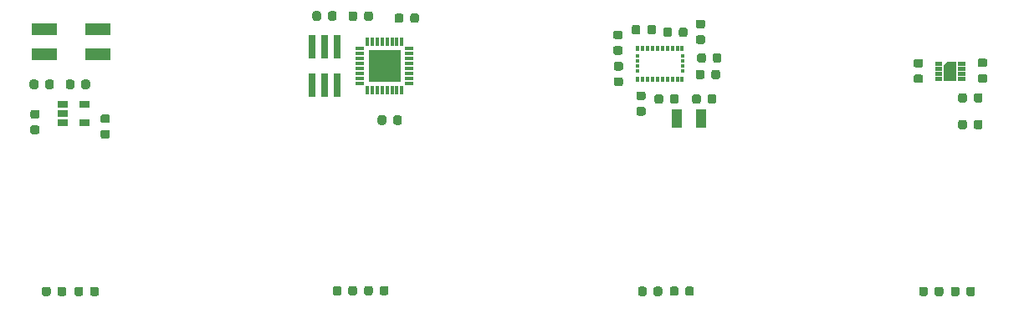
<source format=gts>
G04 #@! TF.GenerationSoftware,KiCad,Pcbnew,(5.99.0-2415-gbbdd3fce7)*
G04 #@! TF.CreationDate,2020-08-31T21:48:51-07:00*
G04 #@! TF.ProjectId,VineHoop_Islands,56696e65-486f-46f7-905f-49736c616e64,rev?*
G04 #@! TF.SameCoordinates,Original*
G04 #@! TF.FileFunction,Soldermask,Top*
G04 #@! TF.FilePolarity,Negative*
%FSLAX46Y46*%
G04 Gerber Fmt 4.6, Leading zero omitted, Abs format (unit mm)*
G04 Created by KiCad (PCBNEW (5.99.0-2415-gbbdd3fce7)) date 2020-08-31 21:48:51*
%MOMM*%
%LPD*%
G01*
G04 APERTURE LIST*
%ADD10C,0.010000*%
%ADD11R,2.540000X1.270000*%
%ADD12R,0.812800X0.304800*%
%ADD13R,0.304800X0.812800*%
%ADD14R,3.251200X3.251200*%
%ADD15R,0.300000X0.525000*%
%ADD16R,0.425000X0.300000*%
%ADD17R,1.060000X0.650000*%
%ADD18R,0.760000X2.400000*%
%ADD19R,1.100000X1.900000*%
G04 APERTURE END LIST*
G36*
X218077617Y-58400069D02*
G01*
X218080226Y-58400274D01*
X218082822Y-58400616D01*
X218085396Y-58401093D01*
X218087941Y-58401704D01*
X218090451Y-58402447D01*
X218092918Y-58403321D01*
X218095337Y-58404323D01*
X218097700Y-58405450D01*
X218100000Y-58406699D01*
X218102232Y-58408066D01*
X218104389Y-58409549D01*
X218106466Y-58411143D01*
X218108457Y-58412843D01*
X218110355Y-58414645D01*
X218112157Y-58416543D01*
X218113857Y-58418534D01*
X218115451Y-58420611D01*
X218116934Y-58422768D01*
X218118301Y-58425000D01*
X218119550Y-58427300D01*
X218120677Y-58429663D01*
X218121679Y-58432082D01*
X218122553Y-58434549D01*
X218123296Y-58437059D01*
X218123907Y-58439604D01*
X218124384Y-58442178D01*
X218124726Y-58444774D01*
X218124931Y-58447383D01*
X218125000Y-58450000D01*
X218125000Y-58700000D01*
X218124931Y-58702617D01*
X218124726Y-58705226D01*
X218124384Y-58707822D01*
X218123907Y-58710396D01*
X218123296Y-58712941D01*
X218122553Y-58715451D01*
X218121679Y-58717918D01*
X218120677Y-58720337D01*
X218119550Y-58722700D01*
X218118301Y-58725000D01*
X218116934Y-58727232D01*
X218115451Y-58729389D01*
X218113857Y-58731466D01*
X218112157Y-58733457D01*
X218110355Y-58735355D01*
X218108457Y-58737157D01*
X218106466Y-58738857D01*
X218104389Y-58740451D01*
X218102232Y-58741934D01*
X218100000Y-58743301D01*
X218097700Y-58744550D01*
X218095337Y-58745677D01*
X218092918Y-58746679D01*
X218090451Y-58747553D01*
X218087941Y-58748296D01*
X218085396Y-58748907D01*
X218082822Y-58749384D01*
X218080226Y-58749726D01*
X218077617Y-58749931D01*
X218075000Y-58750000D01*
X217525000Y-58750000D01*
X217522383Y-58749931D01*
X217519774Y-58749726D01*
X217517178Y-58749384D01*
X217514604Y-58748907D01*
X217512059Y-58748296D01*
X217509549Y-58747553D01*
X217507082Y-58746679D01*
X217504663Y-58745677D01*
X217502300Y-58744550D01*
X217500000Y-58743301D01*
X217497768Y-58741934D01*
X217495611Y-58740451D01*
X217493534Y-58738857D01*
X217491543Y-58737157D01*
X217489645Y-58735355D01*
X217487843Y-58733457D01*
X217486143Y-58731466D01*
X217484549Y-58729389D01*
X217483066Y-58727232D01*
X217481699Y-58725000D01*
X217480450Y-58722700D01*
X217479323Y-58720337D01*
X217478321Y-58717918D01*
X217477447Y-58715451D01*
X217476704Y-58712941D01*
X217476093Y-58710396D01*
X217475616Y-58707822D01*
X217475274Y-58705226D01*
X217475069Y-58702617D01*
X217475000Y-58700000D01*
X217475000Y-58450000D01*
X217475069Y-58447383D01*
X217475274Y-58444774D01*
X217475616Y-58442178D01*
X217476093Y-58439604D01*
X217476704Y-58437059D01*
X217477447Y-58434549D01*
X217478321Y-58432082D01*
X217479323Y-58429663D01*
X217480450Y-58427300D01*
X217481699Y-58425000D01*
X217483066Y-58422768D01*
X217484549Y-58420611D01*
X217486143Y-58418534D01*
X217487843Y-58416543D01*
X217489645Y-58414645D01*
X217491543Y-58412843D01*
X217493534Y-58411143D01*
X217495611Y-58409549D01*
X217497768Y-58408066D01*
X217500000Y-58406699D01*
X217502300Y-58405450D01*
X217504663Y-58404323D01*
X217507082Y-58403321D01*
X217509549Y-58402447D01*
X217512059Y-58401704D01*
X217514604Y-58401093D01*
X217517178Y-58400616D01*
X217519774Y-58400274D01*
X217522383Y-58400069D01*
X217525000Y-58400000D01*
X218075000Y-58400000D01*
X218077617Y-58400069D01*
G37*
D10*
X218077617Y-58400069D02*
X218080226Y-58400274D01*
X218082822Y-58400616D01*
X218085396Y-58401093D01*
X218087941Y-58401704D01*
X218090451Y-58402447D01*
X218092918Y-58403321D01*
X218095337Y-58404323D01*
X218097700Y-58405450D01*
X218100000Y-58406699D01*
X218102232Y-58408066D01*
X218104389Y-58409549D01*
X218106466Y-58411143D01*
X218108457Y-58412843D01*
X218110355Y-58414645D01*
X218112157Y-58416543D01*
X218113857Y-58418534D01*
X218115451Y-58420611D01*
X218116934Y-58422768D01*
X218118301Y-58425000D01*
X218119550Y-58427300D01*
X218120677Y-58429663D01*
X218121679Y-58432082D01*
X218122553Y-58434549D01*
X218123296Y-58437059D01*
X218123907Y-58439604D01*
X218124384Y-58442178D01*
X218124726Y-58444774D01*
X218124931Y-58447383D01*
X218125000Y-58450000D01*
X218125000Y-58700000D01*
X218124931Y-58702617D01*
X218124726Y-58705226D01*
X218124384Y-58707822D01*
X218123907Y-58710396D01*
X218123296Y-58712941D01*
X218122553Y-58715451D01*
X218121679Y-58717918D01*
X218120677Y-58720337D01*
X218119550Y-58722700D01*
X218118301Y-58725000D01*
X218116934Y-58727232D01*
X218115451Y-58729389D01*
X218113857Y-58731466D01*
X218112157Y-58733457D01*
X218110355Y-58735355D01*
X218108457Y-58737157D01*
X218106466Y-58738857D01*
X218104389Y-58740451D01*
X218102232Y-58741934D01*
X218100000Y-58743301D01*
X218097700Y-58744550D01*
X218095337Y-58745677D01*
X218092918Y-58746679D01*
X218090451Y-58747553D01*
X218087941Y-58748296D01*
X218085396Y-58748907D01*
X218082822Y-58749384D01*
X218080226Y-58749726D01*
X218077617Y-58749931D01*
X218075000Y-58750000D01*
X217525000Y-58750000D01*
X217522383Y-58749931D01*
X217519774Y-58749726D01*
X217517178Y-58749384D01*
X217514604Y-58748907D01*
X217512059Y-58748296D01*
X217509549Y-58747553D01*
X217507082Y-58746679D01*
X217504663Y-58745677D01*
X217502300Y-58744550D01*
X217500000Y-58743301D01*
X217497768Y-58741934D01*
X217495611Y-58740451D01*
X217493534Y-58738857D01*
X217491543Y-58737157D01*
X217489645Y-58735355D01*
X217487843Y-58733457D01*
X217486143Y-58731466D01*
X217484549Y-58729389D01*
X217483066Y-58727232D01*
X217481699Y-58725000D01*
X217480450Y-58722700D01*
X217479323Y-58720337D01*
X217478321Y-58717918D01*
X217477447Y-58715451D01*
X217476704Y-58712941D01*
X217476093Y-58710396D01*
X217475616Y-58707822D01*
X217475274Y-58705226D01*
X217475069Y-58702617D01*
X217475000Y-58700000D01*
X217475000Y-58450000D01*
X217475069Y-58447383D01*
X217475274Y-58444774D01*
X217475616Y-58442178D01*
X217476093Y-58439604D01*
X217476704Y-58437059D01*
X217477447Y-58434549D01*
X217478321Y-58432082D01*
X217479323Y-58429663D01*
X217480450Y-58427300D01*
X217481699Y-58425000D01*
X217483066Y-58422768D01*
X217484549Y-58420611D01*
X217486143Y-58418534D01*
X217487843Y-58416543D01*
X217489645Y-58414645D01*
X217491543Y-58412843D01*
X217493534Y-58411143D01*
X217495611Y-58409549D01*
X217497768Y-58408066D01*
X217500000Y-58406699D01*
X217502300Y-58405450D01*
X217504663Y-58404323D01*
X217507082Y-58403321D01*
X217509549Y-58402447D01*
X217512059Y-58401704D01*
X217514604Y-58401093D01*
X217517178Y-58400616D01*
X217519774Y-58400274D01*
X217522383Y-58400069D01*
X217525000Y-58400000D01*
X218075000Y-58400000D01*
X218077617Y-58400069D01*
G36*
X220427617Y-57400069D02*
G01*
X220430226Y-57400274D01*
X220432822Y-57400616D01*
X220435396Y-57401093D01*
X220437941Y-57401704D01*
X220440451Y-57402447D01*
X220442918Y-57403321D01*
X220445337Y-57404323D01*
X220447700Y-57405450D01*
X220450000Y-57406699D01*
X220452232Y-57408066D01*
X220454389Y-57409549D01*
X220456466Y-57411143D01*
X220458457Y-57412843D01*
X220460355Y-57414645D01*
X220462157Y-57416543D01*
X220463857Y-57418534D01*
X220465451Y-57420611D01*
X220466934Y-57422768D01*
X220468301Y-57425000D01*
X220469550Y-57427300D01*
X220470677Y-57429663D01*
X220471679Y-57432082D01*
X220472553Y-57434549D01*
X220473296Y-57437059D01*
X220473907Y-57439604D01*
X220474384Y-57442178D01*
X220474726Y-57444774D01*
X220474931Y-57447383D01*
X220475000Y-57450000D01*
X220475000Y-57700000D01*
X220474931Y-57702617D01*
X220474726Y-57705226D01*
X220474384Y-57707822D01*
X220473907Y-57710396D01*
X220473296Y-57712941D01*
X220472553Y-57715451D01*
X220471679Y-57717918D01*
X220470677Y-57720337D01*
X220469550Y-57722700D01*
X220468301Y-57725000D01*
X220466934Y-57727232D01*
X220465451Y-57729389D01*
X220463857Y-57731466D01*
X220462157Y-57733457D01*
X220460355Y-57735355D01*
X220458457Y-57737157D01*
X220456466Y-57738857D01*
X220454389Y-57740451D01*
X220452232Y-57741934D01*
X220450000Y-57743301D01*
X220447700Y-57744550D01*
X220445337Y-57745677D01*
X220442918Y-57746679D01*
X220440451Y-57747553D01*
X220437941Y-57748296D01*
X220435396Y-57748907D01*
X220432822Y-57749384D01*
X220430226Y-57749726D01*
X220427617Y-57749931D01*
X220425000Y-57750000D01*
X219875000Y-57750000D01*
X219872383Y-57749931D01*
X219869774Y-57749726D01*
X219867178Y-57749384D01*
X219864604Y-57748907D01*
X219862059Y-57748296D01*
X219859549Y-57747553D01*
X219857082Y-57746679D01*
X219854663Y-57745677D01*
X219852300Y-57744550D01*
X219850000Y-57743301D01*
X219847768Y-57741934D01*
X219845611Y-57740451D01*
X219843534Y-57738857D01*
X219841543Y-57737157D01*
X219839645Y-57735355D01*
X219837843Y-57733457D01*
X219836143Y-57731466D01*
X219834549Y-57729389D01*
X219833066Y-57727232D01*
X219831699Y-57725000D01*
X219830450Y-57722700D01*
X219829323Y-57720337D01*
X219828321Y-57717918D01*
X219827447Y-57715451D01*
X219826704Y-57712941D01*
X219826093Y-57710396D01*
X219825616Y-57707822D01*
X219825274Y-57705226D01*
X219825069Y-57702617D01*
X219825000Y-57700000D01*
X219825000Y-57450000D01*
X219825069Y-57447383D01*
X219825274Y-57444774D01*
X219825616Y-57442178D01*
X219826093Y-57439604D01*
X219826704Y-57437059D01*
X219827447Y-57434549D01*
X219828321Y-57432082D01*
X219829323Y-57429663D01*
X219830450Y-57427300D01*
X219831699Y-57425000D01*
X219833066Y-57422768D01*
X219834549Y-57420611D01*
X219836143Y-57418534D01*
X219837843Y-57416543D01*
X219839645Y-57414645D01*
X219841543Y-57412843D01*
X219843534Y-57411143D01*
X219845611Y-57409549D01*
X219847768Y-57408066D01*
X219850000Y-57406699D01*
X219852300Y-57405450D01*
X219854663Y-57404323D01*
X219857082Y-57403321D01*
X219859549Y-57402447D01*
X219862059Y-57401704D01*
X219864604Y-57401093D01*
X219867178Y-57400616D01*
X219869774Y-57400274D01*
X219872383Y-57400069D01*
X219875000Y-57400000D01*
X220425000Y-57400000D01*
X220427617Y-57400069D01*
G37*
X220427617Y-57400069D02*
X220430226Y-57400274D01*
X220432822Y-57400616D01*
X220435396Y-57401093D01*
X220437941Y-57401704D01*
X220440451Y-57402447D01*
X220442918Y-57403321D01*
X220445337Y-57404323D01*
X220447700Y-57405450D01*
X220450000Y-57406699D01*
X220452232Y-57408066D01*
X220454389Y-57409549D01*
X220456466Y-57411143D01*
X220458457Y-57412843D01*
X220460355Y-57414645D01*
X220462157Y-57416543D01*
X220463857Y-57418534D01*
X220465451Y-57420611D01*
X220466934Y-57422768D01*
X220468301Y-57425000D01*
X220469550Y-57427300D01*
X220470677Y-57429663D01*
X220471679Y-57432082D01*
X220472553Y-57434549D01*
X220473296Y-57437059D01*
X220473907Y-57439604D01*
X220474384Y-57442178D01*
X220474726Y-57444774D01*
X220474931Y-57447383D01*
X220475000Y-57450000D01*
X220475000Y-57700000D01*
X220474931Y-57702617D01*
X220474726Y-57705226D01*
X220474384Y-57707822D01*
X220473907Y-57710396D01*
X220473296Y-57712941D01*
X220472553Y-57715451D01*
X220471679Y-57717918D01*
X220470677Y-57720337D01*
X220469550Y-57722700D01*
X220468301Y-57725000D01*
X220466934Y-57727232D01*
X220465451Y-57729389D01*
X220463857Y-57731466D01*
X220462157Y-57733457D01*
X220460355Y-57735355D01*
X220458457Y-57737157D01*
X220456466Y-57738857D01*
X220454389Y-57740451D01*
X220452232Y-57741934D01*
X220450000Y-57743301D01*
X220447700Y-57744550D01*
X220445337Y-57745677D01*
X220442918Y-57746679D01*
X220440451Y-57747553D01*
X220437941Y-57748296D01*
X220435396Y-57748907D01*
X220432822Y-57749384D01*
X220430226Y-57749726D01*
X220427617Y-57749931D01*
X220425000Y-57750000D01*
X219875000Y-57750000D01*
X219872383Y-57749931D01*
X219869774Y-57749726D01*
X219867178Y-57749384D01*
X219864604Y-57748907D01*
X219862059Y-57748296D01*
X219859549Y-57747553D01*
X219857082Y-57746679D01*
X219854663Y-57745677D01*
X219852300Y-57744550D01*
X219850000Y-57743301D01*
X219847768Y-57741934D01*
X219845611Y-57740451D01*
X219843534Y-57738857D01*
X219841543Y-57737157D01*
X219839645Y-57735355D01*
X219837843Y-57733457D01*
X219836143Y-57731466D01*
X219834549Y-57729389D01*
X219833066Y-57727232D01*
X219831699Y-57725000D01*
X219830450Y-57722700D01*
X219829323Y-57720337D01*
X219828321Y-57717918D01*
X219827447Y-57715451D01*
X219826704Y-57712941D01*
X219826093Y-57710396D01*
X219825616Y-57707822D01*
X219825274Y-57705226D01*
X219825069Y-57702617D01*
X219825000Y-57700000D01*
X219825000Y-57450000D01*
X219825069Y-57447383D01*
X219825274Y-57444774D01*
X219825616Y-57442178D01*
X219826093Y-57439604D01*
X219826704Y-57437059D01*
X219827447Y-57434549D01*
X219828321Y-57432082D01*
X219829323Y-57429663D01*
X219830450Y-57427300D01*
X219831699Y-57425000D01*
X219833066Y-57422768D01*
X219834549Y-57420611D01*
X219836143Y-57418534D01*
X219837843Y-57416543D01*
X219839645Y-57414645D01*
X219841543Y-57412843D01*
X219843534Y-57411143D01*
X219845611Y-57409549D01*
X219847768Y-57408066D01*
X219850000Y-57406699D01*
X219852300Y-57405450D01*
X219854663Y-57404323D01*
X219857082Y-57403321D01*
X219859549Y-57402447D01*
X219862059Y-57401704D01*
X219864604Y-57401093D01*
X219867178Y-57400616D01*
X219869774Y-57400274D01*
X219872383Y-57400069D01*
X219875000Y-57400000D01*
X220425000Y-57400000D01*
X220427617Y-57400069D01*
G36*
X218030234Y-56900137D02*
G01*
X218035453Y-56900548D01*
X218040643Y-56901231D01*
X218045791Y-56902185D01*
X218050882Y-56903407D01*
X218055902Y-56904894D01*
X218060837Y-56906642D01*
X218065674Y-56908645D01*
X218070399Y-56910899D01*
X218075000Y-56913397D01*
X218079464Y-56916133D01*
X218083779Y-56919098D01*
X218087932Y-56922285D01*
X218091913Y-56925686D01*
X218095711Y-56929289D01*
X218099314Y-56933087D01*
X218102715Y-56937068D01*
X218105902Y-56941221D01*
X218108867Y-56945536D01*
X218111603Y-56950000D01*
X218114101Y-56954601D01*
X218116355Y-56959326D01*
X218118358Y-56964163D01*
X218120106Y-56969098D01*
X218121593Y-56974118D01*
X218122815Y-56979209D01*
X218123769Y-56984357D01*
X218124452Y-56989547D01*
X218124863Y-56994766D01*
X218125000Y-57000000D01*
X218125000Y-57150000D01*
X218124863Y-57155234D01*
X218124452Y-57160453D01*
X218123769Y-57165643D01*
X218122815Y-57170791D01*
X218121593Y-57175882D01*
X218120106Y-57180902D01*
X218118358Y-57185837D01*
X218116355Y-57190674D01*
X218114101Y-57195399D01*
X218111603Y-57200000D01*
X218108867Y-57204464D01*
X218105902Y-57208779D01*
X218102715Y-57212932D01*
X218099314Y-57216913D01*
X218095711Y-57220711D01*
X218091913Y-57224314D01*
X218087932Y-57227715D01*
X218083779Y-57230902D01*
X218079464Y-57233867D01*
X218075000Y-57236603D01*
X218070399Y-57239101D01*
X218065674Y-57241355D01*
X218060837Y-57243358D01*
X218055902Y-57245106D01*
X218050882Y-57246593D01*
X218045791Y-57247815D01*
X218040643Y-57248769D01*
X218035453Y-57249452D01*
X218030234Y-57249863D01*
X218025000Y-57250000D01*
X217575000Y-57250000D01*
X217569766Y-57249863D01*
X217564547Y-57249452D01*
X217559357Y-57248769D01*
X217554209Y-57247815D01*
X217549118Y-57246593D01*
X217544098Y-57245106D01*
X217539163Y-57243358D01*
X217534326Y-57241355D01*
X217529601Y-57239101D01*
X217525000Y-57236603D01*
X217520536Y-57233867D01*
X217516221Y-57230902D01*
X217512068Y-57227715D01*
X217508087Y-57224314D01*
X217504289Y-57220711D01*
X217500686Y-57216913D01*
X217497285Y-57212932D01*
X217494098Y-57208779D01*
X217491133Y-57204464D01*
X217488397Y-57200000D01*
X217485899Y-57195399D01*
X217483645Y-57190674D01*
X217481642Y-57185837D01*
X217479894Y-57180902D01*
X217478407Y-57175882D01*
X217477185Y-57170791D01*
X217476231Y-57165643D01*
X217475548Y-57160453D01*
X217475137Y-57155234D01*
X217475000Y-57150000D01*
X217475000Y-57000000D01*
X217475137Y-56994766D01*
X217475548Y-56989547D01*
X217476231Y-56984357D01*
X217477185Y-56979209D01*
X217478407Y-56974118D01*
X217479894Y-56969098D01*
X217481642Y-56964163D01*
X217483645Y-56959326D01*
X217485899Y-56954601D01*
X217488397Y-56950000D01*
X217491133Y-56945536D01*
X217494098Y-56941221D01*
X217497285Y-56937068D01*
X217500686Y-56933087D01*
X217504289Y-56929289D01*
X217508087Y-56925686D01*
X217512068Y-56922285D01*
X217516221Y-56919098D01*
X217520536Y-56916133D01*
X217525000Y-56913397D01*
X217529601Y-56910899D01*
X217534326Y-56908645D01*
X217539163Y-56906642D01*
X217544098Y-56904894D01*
X217549118Y-56903407D01*
X217554209Y-56902185D01*
X217559357Y-56901231D01*
X217564547Y-56900548D01*
X217569766Y-56900137D01*
X217575000Y-56900000D01*
X218025000Y-56900000D01*
X218030234Y-56900137D01*
G37*
X218030234Y-56900137D02*
X218035453Y-56900548D01*
X218040643Y-56901231D01*
X218045791Y-56902185D01*
X218050882Y-56903407D01*
X218055902Y-56904894D01*
X218060837Y-56906642D01*
X218065674Y-56908645D01*
X218070399Y-56910899D01*
X218075000Y-56913397D01*
X218079464Y-56916133D01*
X218083779Y-56919098D01*
X218087932Y-56922285D01*
X218091913Y-56925686D01*
X218095711Y-56929289D01*
X218099314Y-56933087D01*
X218102715Y-56937068D01*
X218105902Y-56941221D01*
X218108867Y-56945536D01*
X218111603Y-56950000D01*
X218114101Y-56954601D01*
X218116355Y-56959326D01*
X218118358Y-56964163D01*
X218120106Y-56969098D01*
X218121593Y-56974118D01*
X218122815Y-56979209D01*
X218123769Y-56984357D01*
X218124452Y-56989547D01*
X218124863Y-56994766D01*
X218125000Y-57000000D01*
X218125000Y-57150000D01*
X218124863Y-57155234D01*
X218124452Y-57160453D01*
X218123769Y-57165643D01*
X218122815Y-57170791D01*
X218121593Y-57175882D01*
X218120106Y-57180902D01*
X218118358Y-57185837D01*
X218116355Y-57190674D01*
X218114101Y-57195399D01*
X218111603Y-57200000D01*
X218108867Y-57204464D01*
X218105902Y-57208779D01*
X218102715Y-57212932D01*
X218099314Y-57216913D01*
X218095711Y-57220711D01*
X218091913Y-57224314D01*
X218087932Y-57227715D01*
X218083779Y-57230902D01*
X218079464Y-57233867D01*
X218075000Y-57236603D01*
X218070399Y-57239101D01*
X218065674Y-57241355D01*
X218060837Y-57243358D01*
X218055902Y-57245106D01*
X218050882Y-57246593D01*
X218045791Y-57247815D01*
X218040643Y-57248769D01*
X218035453Y-57249452D01*
X218030234Y-57249863D01*
X218025000Y-57250000D01*
X217575000Y-57250000D01*
X217569766Y-57249863D01*
X217564547Y-57249452D01*
X217559357Y-57248769D01*
X217554209Y-57247815D01*
X217549118Y-57246593D01*
X217544098Y-57245106D01*
X217539163Y-57243358D01*
X217534326Y-57241355D01*
X217529601Y-57239101D01*
X217525000Y-57236603D01*
X217520536Y-57233867D01*
X217516221Y-57230902D01*
X217512068Y-57227715D01*
X217508087Y-57224314D01*
X217504289Y-57220711D01*
X217500686Y-57216913D01*
X217497285Y-57212932D01*
X217494098Y-57208779D01*
X217491133Y-57204464D01*
X217488397Y-57200000D01*
X217485899Y-57195399D01*
X217483645Y-57190674D01*
X217481642Y-57185837D01*
X217479894Y-57180902D01*
X217478407Y-57175882D01*
X217477185Y-57170791D01*
X217476231Y-57165643D01*
X217475548Y-57160453D01*
X217475137Y-57155234D01*
X217475000Y-57150000D01*
X217475000Y-57000000D01*
X217475137Y-56994766D01*
X217475548Y-56989547D01*
X217476231Y-56984357D01*
X217477185Y-56979209D01*
X217478407Y-56974118D01*
X217479894Y-56969098D01*
X217481642Y-56964163D01*
X217483645Y-56959326D01*
X217485899Y-56954601D01*
X217488397Y-56950000D01*
X217491133Y-56945536D01*
X217494098Y-56941221D01*
X217497285Y-56937068D01*
X217500686Y-56933087D01*
X217504289Y-56929289D01*
X217508087Y-56925686D01*
X217512068Y-56922285D01*
X217516221Y-56919098D01*
X217520536Y-56916133D01*
X217525000Y-56913397D01*
X217529601Y-56910899D01*
X217534326Y-56908645D01*
X217539163Y-56906642D01*
X217544098Y-56904894D01*
X217549118Y-56903407D01*
X217554209Y-56902185D01*
X217559357Y-56901231D01*
X217564547Y-56900548D01*
X217569766Y-56900137D01*
X217575000Y-56900000D01*
X218025000Y-56900000D01*
X218030234Y-56900137D01*
G36*
X220427617Y-58400069D02*
G01*
X220430226Y-58400274D01*
X220432822Y-58400616D01*
X220435396Y-58401093D01*
X220437941Y-58401704D01*
X220440451Y-58402447D01*
X220442918Y-58403321D01*
X220445337Y-58404323D01*
X220447700Y-58405450D01*
X220450000Y-58406699D01*
X220452232Y-58408066D01*
X220454389Y-58409549D01*
X220456466Y-58411143D01*
X220458457Y-58412843D01*
X220460355Y-58414645D01*
X220462157Y-58416543D01*
X220463857Y-58418534D01*
X220465451Y-58420611D01*
X220466934Y-58422768D01*
X220468301Y-58425000D01*
X220469550Y-58427300D01*
X220470677Y-58429663D01*
X220471679Y-58432082D01*
X220472553Y-58434549D01*
X220473296Y-58437059D01*
X220473907Y-58439604D01*
X220474384Y-58442178D01*
X220474726Y-58444774D01*
X220474931Y-58447383D01*
X220475000Y-58450000D01*
X220475000Y-58700000D01*
X220474931Y-58702617D01*
X220474726Y-58705226D01*
X220474384Y-58707822D01*
X220473907Y-58710396D01*
X220473296Y-58712941D01*
X220472553Y-58715451D01*
X220471679Y-58717918D01*
X220470677Y-58720337D01*
X220469550Y-58722700D01*
X220468301Y-58725000D01*
X220466934Y-58727232D01*
X220465451Y-58729389D01*
X220463857Y-58731466D01*
X220462157Y-58733457D01*
X220460355Y-58735355D01*
X220458457Y-58737157D01*
X220456466Y-58738857D01*
X220454389Y-58740451D01*
X220452232Y-58741934D01*
X220450000Y-58743301D01*
X220447700Y-58744550D01*
X220445337Y-58745677D01*
X220442918Y-58746679D01*
X220440451Y-58747553D01*
X220437941Y-58748296D01*
X220435396Y-58748907D01*
X220432822Y-58749384D01*
X220430226Y-58749726D01*
X220427617Y-58749931D01*
X220425000Y-58750000D01*
X219875000Y-58750000D01*
X219872383Y-58749931D01*
X219869774Y-58749726D01*
X219867178Y-58749384D01*
X219864604Y-58748907D01*
X219862059Y-58748296D01*
X219859549Y-58747553D01*
X219857082Y-58746679D01*
X219854663Y-58745677D01*
X219852300Y-58744550D01*
X219850000Y-58743301D01*
X219847768Y-58741934D01*
X219845611Y-58740451D01*
X219843534Y-58738857D01*
X219841543Y-58737157D01*
X219839645Y-58735355D01*
X219837843Y-58733457D01*
X219836143Y-58731466D01*
X219834549Y-58729389D01*
X219833066Y-58727232D01*
X219831699Y-58725000D01*
X219830450Y-58722700D01*
X219829323Y-58720337D01*
X219828321Y-58717918D01*
X219827447Y-58715451D01*
X219826704Y-58712941D01*
X219826093Y-58710396D01*
X219825616Y-58707822D01*
X219825274Y-58705226D01*
X219825069Y-58702617D01*
X219825000Y-58700000D01*
X219825000Y-58450000D01*
X219825069Y-58447383D01*
X219825274Y-58444774D01*
X219825616Y-58442178D01*
X219826093Y-58439604D01*
X219826704Y-58437059D01*
X219827447Y-58434549D01*
X219828321Y-58432082D01*
X219829323Y-58429663D01*
X219830450Y-58427300D01*
X219831699Y-58425000D01*
X219833066Y-58422768D01*
X219834549Y-58420611D01*
X219836143Y-58418534D01*
X219837843Y-58416543D01*
X219839645Y-58414645D01*
X219841543Y-58412843D01*
X219843534Y-58411143D01*
X219845611Y-58409549D01*
X219847768Y-58408066D01*
X219850000Y-58406699D01*
X219852300Y-58405450D01*
X219854663Y-58404323D01*
X219857082Y-58403321D01*
X219859549Y-58402447D01*
X219862059Y-58401704D01*
X219864604Y-58401093D01*
X219867178Y-58400616D01*
X219869774Y-58400274D01*
X219872383Y-58400069D01*
X219875000Y-58400000D01*
X220425000Y-58400000D01*
X220427617Y-58400069D01*
G37*
X220427617Y-58400069D02*
X220430226Y-58400274D01*
X220432822Y-58400616D01*
X220435396Y-58401093D01*
X220437941Y-58401704D01*
X220440451Y-58402447D01*
X220442918Y-58403321D01*
X220445337Y-58404323D01*
X220447700Y-58405450D01*
X220450000Y-58406699D01*
X220452232Y-58408066D01*
X220454389Y-58409549D01*
X220456466Y-58411143D01*
X220458457Y-58412843D01*
X220460355Y-58414645D01*
X220462157Y-58416543D01*
X220463857Y-58418534D01*
X220465451Y-58420611D01*
X220466934Y-58422768D01*
X220468301Y-58425000D01*
X220469550Y-58427300D01*
X220470677Y-58429663D01*
X220471679Y-58432082D01*
X220472553Y-58434549D01*
X220473296Y-58437059D01*
X220473907Y-58439604D01*
X220474384Y-58442178D01*
X220474726Y-58444774D01*
X220474931Y-58447383D01*
X220475000Y-58450000D01*
X220475000Y-58700000D01*
X220474931Y-58702617D01*
X220474726Y-58705226D01*
X220474384Y-58707822D01*
X220473907Y-58710396D01*
X220473296Y-58712941D01*
X220472553Y-58715451D01*
X220471679Y-58717918D01*
X220470677Y-58720337D01*
X220469550Y-58722700D01*
X220468301Y-58725000D01*
X220466934Y-58727232D01*
X220465451Y-58729389D01*
X220463857Y-58731466D01*
X220462157Y-58733457D01*
X220460355Y-58735355D01*
X220458457Y-58737157D01*
X220456466Y-58738857D01*
X220454389Y-58740451D01*
X220452232Y-58741934D01*
X220450000Y-58743301D01*
X220447700Y-58744550D01*
X220445337Y-58745677D01*
X220442918Y-58746679D01*
X220440451Y-58747553D01*
X220437941Y-58748296D01*
X220435396Y-58748907D01*
X220432822Y-58749384D01*
X220430226Y-58749726D01*
X220427617Y-58749931D01*
X220425000Y-58750000D01*
X219875000Y-58750000D01*
X219872383Y-58749931D01*
X219869774Y-58749726D01*
X219867178Y-58749384D01*
X219864604Y-58748907D01*
X219862059Y-58748296D01*
X219859549Y-58747553D01*
X219857082Y-58746679D01*
X219854663Y-58745677D01*
X219852300Y-58744550D01*
X219850000Y-58743301D01*
X219847768Y-58741934D01*
X219845611Y-58740451D01*
X219843534Y-58738857D01*
X219841543Y-58737157D01*
X219839645Y-58735355D01*
X219837843Y-58733457D01*
X219836143Y-58731466D01*
X219834549Y-58729389D01*
X219833066Y-58727232D01*
X219831699Y-58725000D01*
X219830450Y-58722700D01*
X219829323Y-58720337D01*
X219828321Y-58717918D01*
X219827447Y-58715451D01*
X219826704Y-58712941D01*
X219826093Y-58710396D01*
X219825616Y-58707822D01*
X219825274Y-58705226D01*
X219825069Y-58702617D01*
X219825000Y-58700000D01*
X219825000Y-58450000D01*
X219825069Y-58447383D01*
X219825274Y-58444774D01*
X219825616Y-58442178D01*
X219826093Y-58439604D01*
X219826704Y-58437059D01*
X219827447Y-58434549D01*
X219828321Y-58432082D01*
X219829323Y-58429663D01*
X219830450Y-58427300D01*
X219831699Y-58425000D01*
X219833066Y-58422768D01*
X219834549Y-58420611D01*
X219836143Y-58418534D01*
X219837843Y-58416543D01*
X219839645Y-58414645D01*
X219841543Y-58412843D01*
X219843534Y-58411143D01*
X219845611Y-58409549D01*
X219847768Y-58408066D01*
X219850000Y-58406699D01*
X219852300Y-58405450D01*
X219854663Y-58404323D01*
X219857082Y-58403321D01*
X219859549Y-58402447D01*
X219862059Y-58401704D01*
X219864604Y-58401093D01*
X219867178Y-58400616D01*
X219869774Y-58400274D01*
X219872383Y-58400069D01*
X219875000Y-58400000D01*
X220425000Y-58400000D01*
X220427617Y-58400069D01*
G36*
X218077617Y-57900069D02*
G01*
X218080226Y-57900274D01*
X218082822Y-57900616D01*
X218085396Y-57901093D01*
X218087941Y-57901704D01*
X218090451Y-57902447D01*
X218092918Y-57903321D01*
X218095337Y-57904323D01*
X218097700Y-57905450D01*
X218100000Y-57906699D01*
X218102232Y-57908066D01*
X218104389Y-57909549D01*
X218106466Y-57911143D01*
X218108457Y-57912843D01*
X218110355Y-57914645D01*
X218112157Y-57916543D01*
X218113857Y-57918534D01*
X218115451Y-57920611D01*
X218116934Y-57922768D01*
X218118301Y-57925000D01*
X218119550Y-57927300D01*
X218120677Y-57929663D01*
X218121679Y-57932082D01*
X218122553Y-57934549D01*
X218123296Y-57937059D01*
X218123907Y-57939604D01*
X218124384Y-57942178D01*
X218124726Y-57944774D01*
X218124931Y-57947383D01*
X218125000Y-57950000D01*
X218125000Y-58200000D01*
X218124931Y-58202617D01*
X218124726Y-58205226D01*
X218124384Y-58207822D01*
X218123907Y-58210396D01*
X218123296Y-58212941D01*
X218122553Y-58215451D01*
X218121679Y-58217918D01*
X218120677Y-58220337D01*
X218119550Y-58222700D01*
X218118301Y-58225000D01*
X218116934Y-58227232D01*
X218115451Y-58229389D01*
X218113857Y-58231466D01*
X218112157Y-58233457D01*
X218110355Y-58235355D01*
X218108457Y-58237157D01*
X218106466Y-58238857D01*
X218104389Y-58240451D01*
X218102232Y-58241934D01*
X218100000Y-58243301D01*
X218097700Y-58244550D01*
X218095337Y-58245677D01*
X218092918Y-58246679D01*
X218090451Y-58247553D01*
X218087941Y-58248296D01*
X218085396Y-58248907D01*
X218082822Y-58249384D01*
X218080226Y-58249726D01*
X218077617Y-58249931D01*
X218075000Y-58250000D01*
X217525000Y-58250000D01*
X217522383Y-58249931D01*
X217519774Y-58249726D01*
X217517178Y-58249384D01*
X217514604Y-58248907D01*
X217512059Y-58248296D01*
X217509549Y-58247553D01*
X217507082Y-58246679D01*
X217504663Y-58245677D01*
X217502300Y-58244550D01*
X217500000Y-58243301D01*
X217497768Y-58241934D01*
X217495611Y-58240451D01*
X217493534Y-58238857D01*
X217491543Y-58237157D01*
X217489645Y-58235355D01*
X217487843Y-58233457D01*
X217486143Y-58231466D01*
X217484549Y-58229389D01*
X217483066Y-58227232D01*
X217481699Y-58225000D01*
X217480450Y-58222700D01*
X217479323Y-58220337D01*
X217478321Y-58217918D01*
X217477447Y-58215451D01*
X217476704Y-58212941D01*
X217476093Y-58210396D01*
X217475616Y-58207822D01*
X217475274Y-58205226D01*
X217475069Y-58202617D01*
X217475000Y-58200000D01*
X217475000Y-57950000D01*
X217475069Y-57947383D01*
X217475274Y-57944774D01*
X217475616Y-57942178D01*
X217476093Y-57939604D01*
X217476704Y-57937059D01*
X217477447Y-57934549D01*
X217478321Y-57932082D01*
X217479323Y-57929663D01*
X217480450Y-57927300D01*
X217481699Y-57925000D01*
X217483066Y-57922768D01*
X217484549Y-57920611D01*
X217486143Y-57918534D01*
X217487843Y-57916543D01*
X217489645Y-57914645D01*
X217491543Y-57912843D01*
X217493534Y-57911143D01*
X217495611Y-57909549D01*
X217497768Y-57908066D01*
X217500000Y-57906699D01*
X217502300Y-57905450D01*
X217504663Y-57904323D01*
X217507082Y-57903321D01*
X217509549Y-57902447D01*
X217512059Y-57901704D01*
X217514604Y-57901093D01*
X217517178Y-57900616D01*
X217519774Y-57900274D01*
X217522383Y-57900069D01*
X217525000Y-57900000D01*
X218075000Y-57900000D01*
X218077617Y-57900069D01*
G37*
X218077617Y-57900069D02*
X218080226Y-57900274D01*
X218082822Y-57900616D01*
X218085396Y-57901093D01*
X218087941Y-57901704D01*
X218090451Y-57902447D01*
X218092918Y-57903321D01*
X218095337Y-57904323D01*
X218097700Y-57905450D01*
X218100000Y-57906699D01*
X218102232Y-57908066D01*
X218104389Y-57909549D01*
X218106466Y-57911143D01*
X218108457Y-57912843D01*
X218110355Y-57914645D01*
X218112157Y-57916543D01*
X218113857Y-57918534D01*
X218115451Y-57920611D01*
X218116934Y-57922768D01*
X218118301Y-57925000D01*
X218119550Y-57927300D01*
X218120677Y-57929663D01*
X218121679Y-57932082D01*
X218122553Y-57934549D01*
X218123296Y-57937059D01*
X218123907Y-57939604D01*
X218124384Y-57942178D01*
X218124726Y-57944774D01*
X218124931Y-57947383D01*
X218125000Y-57950000D01*
X218125000Y-58200000D01*
X218124931Y-58202617D01*
X218124726Y-58205226D01*
X218124384Y-58207822D01*
X218123907Y-58210396D01*
X218123296Y-58212941D01*
X218122553Y-58215451D01*
X218121679Y-58217918D01*
X218120677Y-58220337D01*
X218119550Y-58222700D01*
X218118301Y-58225000D01*
X218116934Y-58227232D01*
X218115451Y-58229389D01*
X218113857Y-58231466D01*
X218112157Y-58233457D01*
X218110355Y-58235355D01*
X218108457Y-58237157D01*
X218106466Y-58238857D01*
X218104389Y-58240451D01*
X218102232Y-58241934D01*
X218100000Y-58243301D01*
X218097700Y-58244550D01*
X218095337Y-58245677D01*
X218092918Y-58246679D01*
X218090451Y-58247553D01*
X218087941Y-58248296D01*
X218085396Y-58248907D01*
X218082822Y-58249384D01*
X218080226Y-58249726D01*
X218077617Y-58249931D01*
X218075000Y-58250000D01*
X217525000Y-58250000D01*
X217522383Y-58249931D01*
X217519774Y-58249726D01*
X217517178Y-58249384D01*
X217514604Y-58248907D01*
X217512059Y-58248296D01*
X217509549Y-58247553D01*
X217507082Y-58246679D01*
X217504663Y-58245677D01*
X217502300Y-58244550D01*
X217500000Y-58243301D01*
X217497768Y-58241934D01*
X217495611Y-58240451D01*
X217493534Y-58238857D01*
X217491543Y-58237157D01*
X217489645Y-58235355D01*
X217487843Y-58233457D01*
X217486143Y-58231466D01*
X217484549Y-58229389D01*
X217483066Y-58227232D01*
X217481699Y-58225000D01*
X217480450Y-58222700D01*
X217479323Y-58220337D01*
X217478321Y-58217918D01*
X217477447Y-58215451D01*
X217476704Y-58212941D01*
X217476093Y-58210396D01*
X217475616Y-58207822D01*
X217475274Y-58205226D01*
X217475069Y-58202617D01*
X217475000Y-58200000D01*
X217475000Y-57950000D01*
X217475069Y-57947383D01*
X217475274Y-57944774D01*
X217475616Y-57942178D01*
X217476093Y-57939604D01*
X217476704Y-57937059D01*
X217477447Y-57934549D01*
X217478321Y-57932082D01*
X217479323Y-57929663D01*
X217480450Y-57927300D01*
X217481699Y-57925000D01*
X217483066Y-57922768D01*
X217484549Y-57920611D01*
X217486143Y-57918534D01*
X217487843Y-57916543D01*
X217489645Y-57914645D01*
X217491543Y-57912843D01*
X217493534Y-57911143D01*
X217495611Y-57909549D01*
X217497768Y-57908066D01*
X217500000Y-57906699D01*
X217502300Y-57905450D01*
X217504663Y-57904323D01*
X217507082Y-57903321D01*
X217509549Y-57902447D01*
X217512059Y-57901704D01*
X217514604Y-57901093D01*
X217517178Y-57900616D01*
X217519774Y-57900274D01*
X217522383Y-57900069D01*
X217525000Y-57900000D01*
X218075000Y-57900000D01*
X218077617Y-57900069D01*
G36*
X220427617Y-56900069D02*
G01*
X220430226Y-56900274D01*
X220432822Y-56900616D01*
X220435396Y-56901093D01*
X220437941Y-56901704D01*
X220440451Y-56902447D01*
X220442918Y-56903321D01*
X220445337Y-56904323D01*
X220447700Y-56905450D01*
X220450000Y-56906699D01*
X220452232Y-56908066D01*
X220454389Y-56909549D01*
X220456466Y-56911143D01*
X220458457Y-56912843D01*
X220460355Y-56914645D01*
X220462157Y-56916543D01*
X220463857Y-56918534D01*
X220465451Y-56920611D01*
X220466934Y-56922768D01*
X220468301Y-56925000D01*
X220469550Y-56927300D01*
X220470677Y-56929663D01*
X220471679Y-56932082D01*
X220472553Y-56934549D01*
X220473296Y-56937059D01*
X220473907Y-56939604D01*
X220474384Y-56942178D01*
X220474726Y-56944774D01*
X220474931Y-56947383D01*
X220475000Y-56950000D01*
X220475000Y-57200000D01*
X220474931Y-57202617D01*
X220474726Y-57205226D01*
X220474384Y-57207822D01*
X220473907Y-57210396D01*
X220473296Y-57212941D01*
X220472553Y-57215451D01*
X220471679Y-57217918D01*
X220470677Y-57220337D01*
X220469550Y-57222700D01*
X220468301Y-57225000D01*
X220466934Y-57227232D01*
X220465451Y-57229389D01*
X220463857Y-57231466D01*
X220462157Y-57233457D01*
X220460355Y-57235355D01*
X220458457Y-57237157D01*
X220456466Y-57238857D01*
X220454389Y-57240451D01*
X220452232Y-57241934D01*
X220450000Y-57243301D01*
X220447700Y-57244550D01*
X220445337Y-57245677D01*
X220442918Y-57246679D01*
X220440451Y-57247553D01*
X220437941Y-57248296D01*
X220435396Y-57248907D01*
X220432822Y-57249384D01*
X220430226Y-57249726D01*
X220427617Y-57249931D01*
X220425000Y-57250000D01*
X219875000Y-57250000D01*
X219872383Y-57249931D01*
X219869774Y-57249726D01*
X219867178Y-57249384D01*
X219864604Y-57248907D01*
X219862059Y-57248296D01*
X219859549Y-57247553D01*
X219857082Y-57246679D01*
X219854663Y-57245677D01*
X219852300Y-57244550D01*
X219850000Y-57243301D01*
X219847768Y-57241934D01*
X219845611Y-57240451D01*
X219843534Y-57238857D01*
X219841543Y-57237157D01*
X219839645Y-57235355D01*
X219837843Y-57233457D01*
X219836143Y-57231466D01*
X219834549Y-57229389D01*
X219833066Y-57227232D01*
X219831699Y-57225000D01*
X219830450Y-57222700D01*
X219829323Y-57220337D01*
X219828321Y-57217918D01*
X219827447Y-57215451D01*
X219826704Y-57212941D01*
X219826093Y-57210396D01*
X219825616Y-57207822D01*
X219825274Y-57205226D01*
X219825069Y-57202617D01*
X219825000Y-57200000D01*
X219825000Y-56950000D01*
X219825069Y-56947383D01*
X219825274Y-56944774D01*
X219825616Y-56942178D01*
X219826093Y-56939604D01*
X219826704Y-56937059D01*
X219827447Y-56934549D01*
X219828321Y-56932082D01*
X219829323Y-56929663D01*
X219830450Y-56927300D01*
X219831699Y-56925000D01*
X219833066Y-56922768D01*
X219834549Y-56920611D01*
X219836143Y-56918534D01*
X219837843Y-56916543D01*
X219839645Y-56914645D01*
X219841543Y-56912843D01*
X219843534Y-56911143D01*
X219845611Y-56909549D01*
X219847768Y-56908066D01*
X219850000Y-56906699D01*
X219852300Y-56905450D01*
X219854663Y-56904323D01*
X219857082Y-56903321D01*
X219859549Y-56902447D01*
X219862059Y-56901704D01*
X219864604Y-56901093D01*
X219867178Y-56900616D01*
X219869774Y-56900274D01*
X219872383Y-56900069D01*
X219875000Y-56900000D01*
X220425000Y-56900000D01*
X220427617Y-56900069D01*
G37*
X220427617Y-56900069D02*
X220430226Y-56900274D01*
X220432822Y-56900616D01*
X220435396Y-56901093D01*
X220437941Y-56901704D01*
X220440451Y-56902447D01*
X220442918Y-56903321D01*
X220445337Y-56904323D01*
X220447700Y-56905450D01*
X220450000Y-56906699D01*
X220452232Y-56908066D01*
X220454389Y-56909549D01*
X220456466Y-56911143D01*
X220458457Y-56912843D01*
X220460355Y-56914645D01*
X220462157Y-56916543D01*
X220463857Y-56918534D01*
X220465451Y-56920611D01*
X220466934Y-56922768D01*
X220468301Y-56925000D01*
X220469550Y-56927300D01*
X220470677Y-56929663D01*
X220471679Y-56932082D01*
X220472553Y-56934549D01*
X220473296Y-56937059D01*
X220473907Y-56939604D01*
X220474384Y-56942178D01*
X220474726Y-56944774D01*
X220474931Y-56947383D01*
X220475000Y-56950000D01*
X220475000Y-57200000D01*
X220474931Y-57202617D01*
X220474726Y-57205226D01*
X220474384Y-57207822D01*
X220473907Y-57210396D01*
X220473296Y-57212941D01*
X220472553Y-57215451D01*
X220471679Y-57217918D01*
X220470677Y-57220337D01*
X220469550Y-57222700D01*
X220468301Y-57225000D01*
X220466934Y-57227232D01*
X220465451Y-57229389D01*
X220463857Y-57231466D01*
X220462157Y-57233457D01*
X220460355Y-57235355D01*
X220458457Y-57237157D01*
X220456466Y-57238857D01*
X220454389Y-57240451D01*
X220452232Y-57241934D01*
X220450000Y-57243301D01*
X220447700Y-57244550D01*
X220445337Y-57245677D01*
X220442918Y-57246679D01*
X220440451Y-57247553D01*
X220437941Y-57248296D01*
X220435396Y-57248907D01*
X220432822Y-57249384D01*
X220430226Y-57249726D01*
X220427617Y-57249931D01*
X220425000Y-57250000D01*
X219875000Y-57250000D01*
X219872383Y-57249931D01*
X219869774Y-57249726D01*
X219867178Y-57249384D01*
X219864604Y-57248907D01*
X219862059Y-57248296D01*
X219859549Y-57247553D01*
X219857082Y-57246679D01*
X219854663Y-57245677D01*
X219852300Y-57244550D01*
X219850000Y-57243301D01*
X219847768Y-57241934D01*
X219845611Y-57240451D01*
X219843534Y-57238857D01*
X219841543Y-57237157D01*
X219839645Y-57235355D01*
X219837843Y-57233457D01*
X219836143Y-57231466D01*
X219834549Y-57229389D01*
X219833066Y-57227232D01*
X219831699Y-57225000D01*
X219830450Y-57222700D01*
X219829323Y-57220337D01*
X219828321Y-57217918D01*
X219827447Y-57215451D01*
X219826704Y-57212941D01*
X219826093Y-57210396D01*
X219825616Y-57207822D01*
X219825274Y-57205226D01*
X219825069Y-57202617D01*
X219825000Y-57200000D01*
X219825000Y-56950000D01*
X219825069Y-56947383D01*
X219825274Y-56944774D01*
X219825616Y-56942178D01*
X219826093Y-56939604D01*
X219826704Y-56937059D01*
X219827447Y-56934549D01*
X219828321Y-56932082D01*
X219829323Y-56929663D01*
X219830450Y-56927300D01*
X219831699Y-56925000D01*
X219833066Y-56922768D01*
X219834549Y-56920611D01*
X219836143Y-56918534D01*
X219837843Y-56916543D01*
X219839645Y-56914645D01*
X219841543Y-56912843D01*
X219843534Y-56911143D01*
X219845611Y-56909549D01*
X219847768Y-56908066D01*
X219850000Y-56906699D01*
X219852300Y-56905450D01*
X219854663Y-56904323D01*
X219857082Y-56903321D01*
X219859549Y-56902447D01*
X219862059Y-56901704D01*
X219864604Y-56901093D01*
X219867178Y-56900616D01*
X219869774Y-56900274D01*
X219872383Y-56900069D01*
X219875000Y-56900000D01*
X220425000Y-56900000D01*
X220427617Y-56900069D01*
G36*
X220427617Y-57900069D02*
G01*
X220430226Y-57900274D01*
X220432822Y-57900616D01*
X220435396Y-57901093D01*
X220437941Y-57901704D01*
X220440451Y-57902447D01*
X220442918Y-57903321D01*
X220445337Y-57904323D01*
X220447700Y-57905450D01*
X220450000Y-57906699D01*
X220452232Y-57908066D01*
X220454389Y-57909549D01*
X220456466Y-57911143D01*
X220458457Y-57912843D01*
X220460355Y-57914645D01*
X220462157Y-57916543D01*
X220463857Y-57918534D01*
X220465451Y-57920611D01*
X220466934Y-57922768D01*
X220468301Y-57925000D01*
X220469550Y-57927300D01*
X220470677Y-57929663D01*
X220471679Y-57932082D01*
X220472553Y-57934549D01*
X220473296Y-57937059D01*
X220473907Y-57939604D01*
X220474384Y-57942178D01*
X220474726Y-57944774D01*
X220474931Y-57947383D01*
X220475000Y-57950000D01*
X220475000Y-58200000D01*
X220474931Y-58202617D01*
X220474726Y-58205226D01*
X220474384Y-58207822D01*
X220473907Y-58210396D01*
X220473296Y-58212941D01*
X220472553Y-58215451D01*
X220471679Y-58217918D01*
X220470677Y-58220337D01*
X220469550Y-58222700D01*
X220468301Y-58225000D01*
X220466934Y-58227232D01*
X220465451Y-58229389D01*
X220463857Y-58231466D01*
X220462157Y-58233457D01*
X220460355Y-58235355D01*
X220458457Y-58237157D01*
X220456466Y-58238857D01*
X220454389Y-58240451D01*
X220452232Y-58241934D01*
X220450000Y-58243301D01*
X220447700Y-58244550D01*
X220445337Y-58245677D01*
X220442918Y-58246679D01*
X220440451Y-58247553D01*
X220437941Y-58248296D01*
X220435396Y-58248907D01*
X220432822Y-58249384D01*
X220430226Y-58249726D01*
X220427617Y-58249931D01*
X220425000Y-58250000D01*
X219875000Y-58250000D01*
X219872383Y-58249931D01*
X219869774Y-58249726D01*
X219867178Y-58249384D01*
X219864604Y-58248907D01*
X219862059Y-58248296D01*
X219859549Y-58247553D01*
X219857082Y-58246679D01*
X219854663Y-58245677D01*
X219852300Y-58244550D01*
X219850000Y-58243301D01*
X219847768Y-58241934D01*
X219845611Y-58240451D01*
X219843534Y-58238857D01*
X219841543Y-58237157D01*
X219839645Y-58235355D01*
X219837843Y-58233457D01*
X219836143Y-58231466D01*
X219834549Y-58229389D01*
X219833066Y-58227232D01*
X219831699Y-58225000D01*
X219830450Y-58222700D01*
X219829323Y-58220337D01*
X219828321Y-58217918D01*
X219827447Y-58215451D01*
X219826704Y-58212941D01*
X219826093Y-58210396D01*
X219825616Y-58207822D01*
X219825274Y-58205226D01*
X219825069Y-58202617D01*
X219825000Y-58200000D01*
X219825000Y-57950000D01*
X219825069Y-57947383D01*
X219825274Y-57944774D01*
X219825616Y-57942178D01*
X219826093Y-57939604D01*
X219826704Y-57937059D01*
X219827447Y-57934549D01*
X219828321Y-57932082D01*
X219829323Y-57929663D01*
X219830450Y-57927300D01*
X219831699Y-57925000D01*
X219833066Y-57922768D01*
X219834549Y-57920611D01*
X219836143Y-57918534D01*
X219837843Y-57916543D01*
X219839645Y-57914645D01*
X219841543Y-57912843D01*
X219843534Y-57911143D01*
X219845611Y-57909549D01*
X219847768Y-57908066D01*
X219850000Y-57906699D01*
X219852300Y-57905450D01*
X219854663Y-57904323D01*
X219857082Y-57903321D01*
X219859549Y-57902447D01*
X219862059Y-57901704D01*
X219864604Y-57901093D01*
X219867178Y-57900616D01*
X219869774Y-57900274D01*
X219872383Y-57900069D01*
X219875000Y-57900000D01*
X220425000Y-57900000D01*
X220427617Y-57900069D01*
G37*
X220427617Y-57900069D02*
X220430226Y-57900274D01*
X220432822Y-57900616D01*
X220435396Y-57901093D01*
X220437941Y-57901704D01*
X220440451Y-57902447D01*
X220442918Y-57903321D01*
X220445337Y-57904323D01*
X220447700Y-57905450D01*
X220450000Y-57906699D01*
X220452232Y-57908066D01*
X220454389Y-57909549D01*
X220456466Y-57911143D01*
X220458457Y-57912843D01*
X220460355Y-57914645D01*
X220462157Y-57916543D01*
X220463857Y-57918534D01*
X220465451Y-57920611D01*
X220466934Y-57922768D01*
X220468301Y-57925000D01*
X220469550Y-57927300D01*
X220470677Y-57929663D01*
X220471679Y-57932082D01*
X220472553Y-57934549D01*
X220473296Y-57937059D01*
X220473907Y-57939604D01*
X220474384Y-57942178D01*
X220474726Y-57944774D01*
X220474931Y-57947383D01*
X220475000Y-57950000D01*
X220475000Y-58200000D01*
X220474931Y-58202617D01*
X220474726Y-58205226D01*
X220474384Y-58207822D01*
X220473907Y-58210396D01*
X220473296Y-58212941D01*
X220472553Y-58215451D01*
X220471679Y-58217918D01*
X220470677Y-58220337D01*
X220469550Y-58222700D01*
X220468301Y-58225000D01*
X220466934Y-58227232D01*
X220465451Y-58229389D01*
X220463857Y-58231466D01*
X220462157Y-58233457D01*
X220460355Y-58235355D01*
X220458457Y-58237157D01*
X220456466Y-58238857D01*
X220454389Y-58240451D01*
X220452232Y-58241934D01*
X220450000Y-58243301D01*
X220447700Y-58244550D01*
X220445337Y-58245677D01*
X220442918Y-58246679D01*
X220440451Y-58247553D01*
X220437941Y-58248296D01*
X220435396Y-58248907D01*
X220432822Y-58249384D01*
X220430226Y-58249726D01*
X220427617Y-58249931D01*
X220425000Y-58250000D01*
X219875000Y-58250000D01*
X219872383Y-58249931D01*
X219869774Y-58249726D01*
X219867178Y-58249384D01*
X219864604Y-58248907D01*
X219862059Y-58248296D01*
X219859549Y-58247553D01*
X219857082Y-58246679D01*
X219854663Y-58245677D01*
X219852300Y-58244550D01*
X219850000Y-58243301D01*
X219847768Y-58241934D01*
X219845611Y-58240451D01*
X219843534Y-58238857D01*
X219841543Y-58237157D01*
X219839645Y-58235355D01*
X219837843Y-58233457D01*
X219836143Y-58231466D01*
X219834549Y-58229389D01*
X219833066Y-58227232D01*
X219831699Y-58225000D01*
X219830450Y-58222700D01*
X219829323Y-58220337D01*
X219828321Y-58217918D01*
X219827447Y-58215451D01*
X219826704Y-58212941D01*
X219826093Y-58210396D01*
X219825616Y-58207822D01*
X219825274Y-58205226D01*
X219825069Y-58202617D01*
X219825000Y-58200000D01*
X219825000Y-57950000D01*
X219825069Y-57947383D01*
X219825274Y-57944774D01*
X219825616Y-57942178D01*
X219826093Y-57939604D01*
X219826704Y-57937059D01*
X219827447Y-57934549D01*
X219828321Y-57932082D01*
X219829323Y-57929663D01*
X219830450Y-57927300D01*
X219831699Y-57925000D01*
X219833066Y-57922768D01*
X219834549Y-57920611D01*
X219836143Y-57918534D01*
X219837843Y-57916543D01*
X219839645Y-57914645D01*
X219841543Y-57912843D01*
X219843534Y-57911143D01*
X219845611Y-57909549D01*
X219847768Y-57908066D01*
X219850000Y-57906699D01*
X219852300Y-57905450D01*
X219854663Y-57904323D01*
X219857082Y-57903321D01*
X219859549Y-57902447D01*
X219862059Y-57901704D01*
X219864604Y-57901093D01*
X219867178Y-57900616D01*
X219869774Y-57900274D01*
X219872383Y-57900069D01*
X219875000Y-57900000D01*
X220425000Y-57900000D01*
X220427617Y-57900069D01*
G36*
X219480234Y-56875137D02*
G01*
X219485453Y-56875548D01*
X219490643Y-56876231D01*
X219495791Y-56877185D01*
X219500882Y-56878407D01*
X219505902Y-56879894D01*
X219510837Y-56881642D01*
X219515674Y-56883645D01*
X219520399Y-56885899D01*
X219525000Y-56888397D01*
X219529464Y-56891133D01*
X219533779Y-56894098D01*
X219537932Y-56897285D01*
X219541913Y-56900686D01*
X219545711Y-56904289D01*
X219549314Y-56908087D01*
X219552715Y-56912068D01*
X219555902Y-56916221D01*
X219558867Y-56920536D01*
X219561603Y-56925000D01*
X219564101Y-56929601D01*
X219566355Y-56934326D01*
X219568358Y-56939163D01*
X219570106Y-56944098D01*
X219571593Y-56949118D01*
X219572815Y-56954209D01*
X219573769Y-56959357D01*
X219574452Y-56964547D01*
X219574863Y-56969766D01*
X219575000Y-56975000D01*
X219575000Y-58675000D01*
X219574863Y-58680234D01*
X219574452Y-58685453D01*
X219573769Y-58690643D01*
X219572815Y-58695791D01*
X219571593Y-58700882D01*
X219570106Y-58705902D01*
X219568358Y-58710837D01*
X219566355Y-58715674D01*
X219564101Y-58720399D01*
X219561603Y-58725000D01*
X219558867Y-58729464D01*
X219555902Y-58733779D01*
X219552715Y-58737932D01*
X219549314Y-58741913D01*
X219545711Y-58745711D01*
X219541913Y-58749314D01*
X219537932Y-58752715D01*
X219533779Y-58755902D01*
X219529464Y-58758867D01*
X219525000Y-58761603D01*
X219520399Y-58764101D01*
X219515674Y-58766355D01*
X219510837Y-58768358D01*
X219505902Y-58770106D01*
X219500882Y-58771593D01*
X219495791Y-58772815D01*
X219490643Y-58773769D01*
X219485453Y-58774452D01*
X219480234Y-58774863D01*
X219475000Y-58775000D01*
X218475000Y-58775000D01*
X218469766Y-58774863D01*
X218464547Y-58774452D01*
X218459357Y-58773769D01*
X218454209Y-58772815D01*
X218449118Y-58771593D01*
X218444098Y-58770106D01*
X218439163Y-58768358D01*
X218434326Y-58766355D01*
X218429601Y-58764101D01*
X218425000Y-58761603D01*
X218420536Y-58758867D01*
X218416221Y-58755902D01*
X218412068Y-58752715D01*
X218408087Y-58749314D01*
X218404289Y-58745711D01*
X218400686Y-58741913D01*
X218397285Y-58737932D01*
X218394098Y-58733779D01*
X218391133Y-58729464D01*
X218388397Y-58725000D01*
X218385899Y-58720399D01*
X218383645Y-58715674D01*
X218381642Y-58710837D01*
X218379894Y-58705902D01*
X218378407Y-58700882D01*
X218377185Y-58695791D01*
X218376231Y-58690643D01*
X218375548Y-58685453D01*
X218375137Y-58680234D01*
X218375000Y-58675000D01*
X218375000Y-57204291D01*
X218704291Y-56875000D01*
X219475000Y-56875000D01*
X219480234Y-56875137D01*
G37*
X219480234Y-56875137D02*
X219485453Y-56875548D01*
X219490643Y-56876231D01*
X219495791Y-56877185D01*
X219500882Y-56878407D01*
X219505902Y-56879894D01*
X219510837Y-56881642D01*
X219515674Y-56883645D01*
X219520399Y-56885899D01*
X219525000Y-56888397D01*
X219529464Y-56891133D01*
X219533779Y-56894098D01*
X219537932Y-56897285D01*
X219541913Y-56900686D01*
X219545711Y-56904289D01*
X219549314Y-56908087D01*
X219552715Y-56912068D01*
X219555902Y-56916221D01*
X219558867Y-56920536D01*
X219561603Y-56925000D01*
X219564101Y-56929601D01*
X219566355Y-56934326D01*
X219568358Y-56939163D01*
X219570106Y-56944098D01*
X219571593Y-56949118D01*
X219572815Y-56954209D01*
X219573769Y-56959357D01*
X219574452Y-56964547D01*
X219574863Y-56969766D01*
X219575000Y-56975000D01*
X219575000Y-58675000D01*
X219574863Y-58680234D01*
X219574452Y-58685453D01*
X219573769Y-58690643D01*
X219572815Y-58695791D01*
X219571593Y-58700882D01*
X219570106Y-58705902D01*
X219568358Y-58710837D01*
X219566355Y-58715674D01*
X219564101Y-58720399D01*
X219561603Y-58725000D01*
X219558867Y-58729464D01*
X219555902Y-58733779D01*
X219552715Y-58737932D01*
X219549314Y-58741913D01*
X219545711Y-58745711D01*
X219541913Y-58749314D01*
X219537932Y-58752715D01*
X219533779Y-58755902D01*
X219529464Y-58758867D01*
X219525000Y-58761603D01*
X219520399Y-58764101D01*
X219515674Y-58766355D01*
X219510837Y-58768358D01*
X219505902Y-58770106D01*
X219500882Y-58771593D01*
X219495791Y-58772815D01*
X219490643Y-58773769D01*
X219485453Y-58774452D01*
X219480234Y-58774863D01*
X219475000Y-58775000D01*
X218475000Y-58775000D01*
X218469766Y-58774863D01*
X218464547Y-58774452D01*
X218459357Y-58773769D01*
X218454209Y-58772815D01*
X218449118Y-58771593D01*
X218444098Y-58770106D01*
X218439163Y-58768358D01*
X218434326Y-58766355D01*
X218429601Y-58764101D01*
X218425000Y-58761603D01*
X218420536Y-58758867D01*
X218416221Y-58755902D01*
X218412068Y-58752715D01*
X218408087Y-58749314D01*
X218404289Y-58745711D01*
X218400686Y-58741913D01*
X218397285Y-58737932D01*
X218394098Y-58733779D01*
X218391133Y-58729464D01*
X218388397Y-58725000D01*
X218385899Y-58720399D01*
X218383645Y-58715674D01*
X218381642Y-58710837D01*
X218379894Y-58705902D01*
X218378407Y-58700882D01*
X218377185Y-58695791D01*
X218376231Y-58690643D01*
X218375548Y-58685453D01*
X218375137Y-58680234D01*
X218375000Y-58675000D01*
X218375000Y-57204291D01*
X218704291Y-56875000D01*
X219475000Y-56875000D01*
X219480234Y-56875137D01*
G36*
X218077617Y-57400069D02*
G01*
X218080226Y-57400274D01*
X218082822Y-57400616D01*
X218085396Y-57401093D01*
X218087941Y-57401704D01*
X218090451Y-57402447D01*
X218092918Y-57403321D01*
X218095337Y-57404323D01*
X218097700Y-57405450D01*
X218100000Y-57406699D01*
X218102232Y-57408066D01*
X218104389Y-57409549D01*
X218106466Y-57411143D01*
X218108457Y-57412843D01*
X218110355Y-57414645D01*
X218112157Y-57416543D01*
X218113857Y-57418534D01*
X218115451Y-57420611D01*
X218116934Y-57422768D01*
X218118301Y-57425000D01*
X218119550Y-57427300D01*
X218120677Y-57429663D01*
X218121679Y-57432082D01*
X218122553Y-57434549D01*
X218123296Y-57437059D01*
X218123907Y-57439604D01*
X218124384Y-57442178D01*
X218124726Y-57444774D01*
X218124931Y-57447383D01*
X218125000Y-57450000D01*
X218125000Y-57700000D01*
X218124931Y-57702617D01*
X218124726Y-57705226D01*
X218124384Y-57707822D01*
X218123907Y-57710396D01*
X218123296Y-57712941D01*
X218122553Y-57715451D01*
X218121679Y-57717918D01*
X218120677Y-57720337D01*
X218119550Y-57722700D01*
X218118301Y-57725000D01*
X218116934Y-57727232D01*
X218115451Y-57729389D01*
X218113857Y-57731466D01*
X218112157Y-57733457D01*
X218110355Y-57735355D01*
X218108457Y-57737157D01*
X218106466Y-57738857D01*
X218104389Y-57740451D01*
X218102232Y-57741934D01*
X218100000Y-57743301D01*
X218097700Y-57744550D01*
X218095337Y-57745677D01*
X218092918Y-57746679D01*
X218090451Y-57747553D01*
X218087941Y-57748296D01*
X218085396Y-57748907D01*
X218082822Y-57749384D01*
X218080226Y-57749726D01*
X218077617Y-57749931D01*
X218075000Y-57750000D01*
X217525000Y-57750000D01*
X217522383Y-57749931D01*
X217519774Y-57749726D01*
X217517178Y-57749384D01*
X217514604Y-57748907D01*
X217512059Y-57748296D01*
X217509549Y-57747553D01*
X217507082Y-57746679D01*
X217504663Y-57745677D01*
X217502300Y-57744550D01*
X217500000Y-57743301D01*
X217497768Y-57741934D01*
X217495611Y-57740451D01*
X217493534Y-57738857D01*
X217491543Y-57737157D01*
X217489645Y-57735355D01*
X217487843Y-57733457D01*
X217486143Y-57731466D01*
X217484549Y-57729389D01*
X217483066Y-57727232D01*
X217481699Y-57725000D01*
X217480450Y-57722700D01*
X217479323Y-57720337D01*
X217478321Y-57717918D01*
X217477447Y-57715451D01*
X217476704Y-57712941D01*
X217476093Y-57710396D01*
X217475616Y-57707822D01*
X217475274Y-57705226D01*
X217475069Y-57702617D01*
X217475000Y-57700000D01*
X217475000Y-57450000D01*
X217475069Y-57447383D01*
X217475274Y-57444774D01*
X217475616Y-57442178D01*
X217476093Y-57439604D01*
X217476704Y-57437059D01*
X217477447Y-57434549D01*
X217478321Y-57432082D01*
X217479323Y-57429663D01*
X217480450Y-57427300D01*
X217481699Y-57425000D01*
X217483066Y-57422768D01*
X217484549Y-57420611D01*
X217486143Y-57418534D01*
X217487843Y-57416543D01*
X217489645Y-57414645D01*
X217491543Y-57412843D01*
X217493534Y-57411143D01*
X217495611Y-57409549D01*
X217497768Y-57408066D01*
X217500000Y-57406699D01*
X217502300Y-57405450D01*
X217504663Y-57404323D01*
X217507082Y-57403321D01*
X217509549Y-57402447D01*
X217512059Y-57401704D01*
X217514604Y-57401093D01*
X217517178Y-57400616D01*
X217519774Y-57400274D01*
X217522383Y-57400069D01*
X217525000Y-57400000D01*
X218075000Y-57400000D01*
X218077617Y-57400069D01*
G37*
X218077617Y-57400069D02*
X218080226Y-57400274D01*
X218082822Y-57400616D01*
X218085396Y-57401093D01*
X218087941Y-57401704D01*
X218090451Y-57402447D01*
X218092918Y-57403321D01*
X218095337Y-57404323D01*
X218097700Y-57405450D01*
X218100000Y-57406699D01*
X218102232Y-57408066D01*
X218104389Y-57409549D01*
X218106466Y-57411143D01*
X218108457Y-57412843D01*
X218110355Y-57414645D01*
X218112157Y-57416543D01*
X218113857Y-57418534D01*
X218115451Y-57420611D01*
X218116934Y-57422768D01*
X218118301Y-57425000D01*
X218119550Y-57427300D01*
X218120677Y-57429663D01*
X218121679Y-57432082D01*
X218122553Y-57434549D01*
X218123296Y-57437059D01*
X218123907Y-57439604D01*
X218124384Y-57442178D01*
X218124726Y-57444774D01*
X218124931Y-57447383D01*
X218125000Y-57450000D01*
X218125000Y-57700000D01*
X218124931Y-57702617D01*
X218124726Y-57705226D01*
X218124384Y-57707822D01*
X218123907Y-57710396D01*
X218123296Y-57712941D01*
X218122553Y-57715451D01*
X218121679Y-57717918D01*
X218120677Y-57720337D01*
X218119550Y-57722700D01*
X218118301Y-57725000D01*
X218116934Y-57727232D01*
X218115451Y-57729389D01*
X218113857Y-57731466D01*
X218112157Y-57733457D01*
X218110355Y-57735355D01*
X218108457Y-57737157D01*
X218106466Y-57738857D01*
X218104389Y-57740451D01*
X218102232Y-57741934D01*
X218100000Y-57743301D01*
X218097700Y-57744550D01*
X218095337Y-57745677D01*
X218092918Y-57746679D01*
X218090451Y-57747553D01*
X218087941Y-57748296D01*
X218085396Y-57748907D01*
X218082822Y-57749384D01*
X218080226Y-57749726D01*
X218077617Y-57749931D01*
X218075000Y-57750000D01*
X217525000Y-57750000D01*
X217522383Y-57749931D01*
X217519774Y-57749726D01*
X217517178Y-57749384D01*
X217514604Y-57748907D01*
X217512059Y-57748296D01*
X217509549Y-57747553D01*
X217507082Y-57746679D01*
X217504663Y-57745677D01*
X217502300Y-57744550D01*
X217500000Y-57743301D01*
X217497768Y-57741934D01*
X217495611Y-57740451D01*
X217493534Y-57738857D01*
X217491543Y-57737157D01*
X217489645Y-57735355D01*
X217487843Y-57733457D01*
X217486143Y-57731466D01*
X217484549Y-57729389D01*
X217483066Y-57727232D01*
X217481699Y-57725000D01*
X217480450Y-57722700D01*
X217479323Y-57720337D01*
X217478321Y-57717918D01*
X217477447Y-57715451D01*
X217476704Y-57712941D01*
X217476093Y-57710396D01*
X217475616Y-57707822D01*
X217475274Y-57705226D01*
X217475069Y-57702617D01*
X217475000Y-57700000D01*
X217475000Y-57450000D01*
X217475069Y-57447383D01*
X217475274Y-57444774D01*
X217475616Y-57442178D01*
X217476093Y-57439604D01*
X217476704Y-57437059D01*
X217477447Y-57434549D01*
X217478321Y-57432082D01*
X217479323Y-57429663D01*
X217480450Y-57427300D01*
X217481699Y-57425000D01*
X217483066Y-57422768D01*
X217484549Y-57420611D01*
X217486143Y-57418534D01*
X217487843Y-57416543D01*
X217489645Y-57414645D01*
X217491543Y-57412843D01*
X217493534Y-57411143D01*
X217495611Y-57409549D01*
X217497768Y-57408066D01*
X217500000Y-57406699D01*
X217502300Y-57405450D01*
X217504663Y-57404323D01*
X217507082Y-57403321D01*
X217509549Y-57402447D01*
X217512059Y-57401704D01*
X217514604Y-57401093D01*
X217517178Y-57400616D01*
X217519774Y-57400274D01*
X217522383Y-57400069D01*
X217525000Y-57400000D01*
X218075000Y-57400000D01*
X218077617Y-57400069D01*
G36*
G01*
X221400000Y-63536250D02*
X221400000Y-63023750D01*
G75*
G02*
X221618750Y-62805000I218750J0D01*
G01*
X222056250Y-62805000D01*
G75*
G02*
X222275000Y-63023750I0J-218750D01*
G01*
X222275000Y-63536250D01*
G75*
G02*
X222056250Y-63755000I-218750J0D01*
G01*
X221618750Y-63755000D01*
G75*
G02*
X221400000Y-63536250I0J218750D01*
G01*
G37*
G36*
G01*
X219825000Y-63536250D02*
X219825000Y-63023750D01*
G75*
G02*
X220043750Y-62805000I218750J0D01*
G01*
X220481250Y-62805000D01*
G75*
G02*
X220700000Y-63023750I0J-218750D01*
G01*
X220700000Y-63536250D01*
G75*
G02*
X220481250Y-63755000I-218750J0D01*
G01*
X220043750Y-63755000D01*
G75*
G02*
X219825000Y-63536250I0J218750D01*
G01*
G37*
G36*
G01*
X220710000Y-60313750D02*
X220710000Y-60826250D01*
G75*
G02*
X220491250Y-61045000I-218750J0D01*
G01*
X220053750Y-61045000D01*
G75*
G02*
X219835000Y-60826250I0J218750D01*
G01*
X219835000Y-60313750D01*
G75*
G02*
X220053750Y-60095000I218750J0D01*
G01*
X220491250Y-60095000D01*
G75*
G02*
X220710000Y-60313750I0J-218750D01*
G01*
G37*
G36*
G01*
X222285000Y-60313750D02*
X222285000Y-60826250D01*
G75*
G02*
X222066250Y-61045000I-218750J0D01*
G01*
X221628750Y-61045000D01*
G75*
G02*
X221410000Y-60826250I0J218750D01*
G01*
X221410000Y-60313750D01*
G75*
G02*
X221628750Y-60095000I218750J0D01*
G01*
X222066250Y-60095000D01*
G75*
G02*
X222285000Y-60313750I0J-218750D01*
G01*
G37*
D11*
X127311101Y-53616800D03*
X132771101Y-53616800D03*
X127311101Y-56156800D03*
X132771101Y-56156800D03*
G36*
G01*
X192910000Y-60936250D02*
X192910000Y-60423750D01*
G75*
G02*
X193128750Y-60205000I218750J0D01*
G01*
X193566250Y-60205000D01*
G75*
G02*
X193785000Y-60423750I0J-218750D01*
G01*
X193785000Y-60936250D01*
G75*
G02*
X193566250Y-61155000I-218750J0D01*
G01*
X193128750Y-61155000D01*
G75*
G02*
X192910000Y-60936250I0J218750D01*
G01*
G37*
G36*
G01*
X194485000Y-60936250D02*
X194485000Y-60423750D01*
G75*
G02*
X194703750Y-60205000I218750J0D01*
G01*
X195141250Y-60205000D01*
G75*
G02*
X195360000Y-60423750I0J-218750D01*
G01*
X195360000Y-60936250D01*
G75*
G02*
X195141250Y-61155000I-218750J0D01*
G01*
X194703750Y-61155000D01*
G75*
G02*
X194485000Y-60936250I0J218750D01*
G01*
G37*
G36*
G01*
X191550000Y-60423750D02*
X191550000Y-60936250D01*
G75*
G02*
X191331250Y-61155000I-218750J0D01*
G01*
X190893750Y-61155000D01*
G75*
G02*
X190675000Y-60936250I0J218750D01*
G01*
X190675000Y-60423750D01*
G75*
G02*
X190893750Y-60205000I218750J0D01*
G01*
X191331250Y-60205000D01*
G75*
G02*
X191550000Y-60423750I0J-218750D01*
G01*
G37*
G36*
G01*
X189975000Y-60423750D02*
X189975000Y-60936250D01*
G75*
G02*
X189756250Y-61155000I-218750J0D01*
G01*
X189318750Y-61155000D01*
G75*
G02*
X189100000Y-60936250I0J218750D01*
G01*
X189100000Y-60423750D01*
G75*
G02*
X189318750Y-60205000I218750J0D01*
G01*
X189756250Y-60205000D01*
G75*
G02*
X189975000Y-60423750I0J-218750D01*
G01*
G37*
G36*
G01*
X162802000Y-52749250D02*
X162802000Y-52236750D01*
G75*
G02*
X163020750Y-52018000I218750J0D01*
G01*
X163458250Y-52018000D01*
G75*
G02*
X163677000Y-52236750I0J-218750D01*
G01*
X163677000Y-52749250D01*
G75*
G02*
X163458250Y-52968000I-218750J0D01*
G01*
X163020750Y-52968000D01*
G75*
G02*
X162802000Y-52749250I0J218750D01*
G01*
G37*
G36*
G01*
X164377000Y-52749250D02*
X164377000Y-52236750D01*
G75*
G02*
X164595750Y-52018000I218750J0D01*
G01*
X165033250Y-52018000D01*
G75*
G02*
X165252000Y-52236750I0J-218750D01*
G01*
X165252000Y-52749250D01*
G75*
G02*
X165033250Y-52968000I-218750J0D01*
G01*
X164595750Y-52968000D01*
G75*
G02*
X164377000Y-52749250I0J218750D01*
G01*
G37*
G36*
G01*
X193425800Y-56780150D02*
X193425800Y-56267650D01*
G75*
G02*
X193644550Y-56048900I218750J0D01*
G01*
X194082050Y-56048900D01*
G75*
G02*
X194300800Y-56267650I0J-218750D01*
G01*
X194300800Y-56780150D01*
G75*
G02*
X194082050Y-56998900I-218750J0D01*
G01*
X193644550Y-56998900D01*
G75*
G02*
X193425800Y-56780150I0J218750D01*
G01*
G37*
G36*
G01*
X195000800Y-56780150D02*
X195000800Y-56267650D01*
G75*
G02*
X195219550Y-56048900I218750J0D01*
G01*
X195657050Y-56048900D01*
G75*
G02*
X195875800Y-56267650I0J-218750D01*
G01*
X195875800Y-56780150D01*
G75*
G02*
X195657050Y-56998900I-218750J0D01*
G01*
X195219550Y-56998900D01*
G75*
G02*
X195000800Y-56780150I0J218750D01*
G01*
G37*
G36*
G01*
X185646450Y-56188600D02*
X185133950Y-56188600D01*
G75*
G02*
X184915200Y-55969850I0J218750D01*
G01*
X184915200Y-55532350D01*
G75*
G02*
X185133950Y-55313600I218750J0D01*
G01*
X185646450Y-55313600D01*
G75*
G02*
X185865200Y-55532350I0J-218750D01*
G01*
X185865200Y-55969850D01*
G75*
G02*
X185646450Y-56188600I-218750J0D01*
G01*
G37*
G36*
G01*
X185646450Y-54613600D02*
X185133950Y-54613600D01*
G75*
G02*
X184915200Y-54394850I0J218750D01*
G01*
X184915200Y-53957350D01*
G75*
G02*
X185133950Y-53738600I218750J0D01*
G01*
X185646450Y-53738600D01*
G75*
G02*
X185865200Y-53957350I0J-218750D01*
G01*
X185865200Y-54394850D01*
G75*
G02*
X185646450Y-54613600I-218750J0D01*
G01*
G37*
G36*
G01*
X222544850Y-57452700D02*
X222032350Y-57452700D01*
G75*
G02*
X221813600Y-57233950I0J218750D01*
G01*
X221813600Y-56796450D01*
G75*
G02*
X222032350Y-56577700I218750J0D01*
G01*
X222544850Y-56577700D01*
G75*
G02*
X222763600Y-56796450I0J-218750D01*
G01*
X222763600Y-57233950D01*
G75*
G02*
X222544850Y-57452700I-218750J0D01*
G01*
G37*
G36*
G01*
X222544850Y-59027700D02*
X222032350Y-59027700D01*
G75*
G02*
X221813600Y-58808950I0J218750D01*
G01*
X221813600Y-58371450D01*
G75*
G02*
X222032350Y-58152700I218750J0D01*
G01*
X222544850Y-58152700D01*
G75*
G02*
X222763600Y-58371450I0J-218750D01*
G01*
X222763600Y-58808950D01*
G75*
G02*
X222544850Y-59027700I-218750J0D01*
G01*
G37*
D12*
X164230300Y-59071600D03*
X164230300Y-58563600D03*
X164230300Y-58081000D03*
X164230300Y-57573000D03*
X164230300Y-57065000D03*
X164230300Y-56557000D03*
X164230300Y-56074400D03*
X164230300Y-55566400D03*
D13*
X163519100Y-54855200D03*
X163011100Y-54855200D03*
X162528500Y-54855200D03*
X162020500Y-54855200D03*
X161512500Y-54855200D03*
X161004500Y-54855200D03*
X160521900Y-54855200D03*
X160013900Y-54855200D03*
D12*
X159302700Y-55566400D03*
X159302700Y-56074400D03*
X159302700Y-56557000D03*
X159302700Y-57065000D03*
X159302700Y-57573000D03*
X159302700Y-58081000D03*
X159302700Y-58563600D03*
X159302700Y-59071600D03*
D13*
X160013900Y-59782800D03*
X160521900Y-59782800D03*
X161004500Y-59782800D03*
X161512500Y-59782800D03*
X162020500Y-59782800D03*
X162528500Y-59782800D03*
X163011100Y-59782800D03*
X163519100Y-59782800D03*
D14*
X161766500Y-57319000D03*
D15*
X191900000Y-58662500D03*
D16*
X191962500Y-57850000D03*
X191962500Y-57350000D03*
X191962500Y-56850000D03*
X191962500Y-56350000D03*
D15*
X191900000Y-55537500D03*
X191400000Y-55537500D03*
X190900000Y-55537500D03*
X190400000Y-55537500D03*
X189900000Y-55537500D03*
X189400000Y-55537500D03*
X188900000Y-55537500D03*
X188400000Y-55537500D03*
X187900000Y-55537500D03*
X187400000Y-55537500D03*
D16*
X187337500Y-56350000D03*
X187337500Y-56850000D03*
X187337500Y-57350000D03*
X187337500Y-57850000D03*
D15*
X187400000Y-58662500D03*
X187900000Y-58662500D03*
X188400000Y-58662500D03*
X188900000Y-58662500D03*
X189400000Y-58662500D03*
X189900000Y-58662500D03*
X190400000Y-58662500D03*
X190900000Y-58662500D03*
X191400000Y-58662500D03*
G36*
G01*
X187464750Y-59921500D02*
X187977250Y-59921500D01*
G75*
G02*
X188196000Y-60140250I0J-218750D01*
G01*
X188196000Y-60577750D01*
G75*
G02*
X187977250Y-60796500I-218750J0D01*
G01*
X187464750Y-60796500D01*
G75*
G02*
X187246000Y-60577750I0J218750D01*
G01*
X187246000Y-60140250D01*
G75*
G02*
X187464750Y-59921500I218750J0D01*
G01*
G37*
G36*
G01*
X187464750Y-61496500D02*
X187977250Y-61496500D01*
G75*
G02*
X188196000Y-61715250I0J-218750D01*
G01*
X188196000Y-62152750D01*
G75*
G02*
X187977250Y-62371500I-218750J0D01*
G01*
X187464750Y-62371500D01*
G75*
G02*
X187246000Y-62152750I0J218750D01*
G01*
X187246000Y-61715250D01*
G75*
G02*
X187464750Y-61496500I218750J0D01*
G01*
G37*
G36*
G01*
X161075000Y-63081250D02*
X161075000Y-62568750D01*
G75*
G02*
X161293750Y-62350000I218750J0D01*
G01*
X161731250Y-62350000D01*
G75*
G02*
X161950000Y-62568750I0J-218750D01*
G01*
X161950000Y-63081250D01*
G75*
G02*
X161731250Y-63300000I-218750J0D01*
G01*
X161293750Y-63300000D01*
G75*
G02*
X161075000Y-63081250I0J218750D01*
G01*
G37*
G36*
G01*
X162650000Y-63081250D02*
X162650000Y-62568750D01*
G75*
G02*
X162868750Y-62350000I218750J0D01*
G01*
X163306250Y-62350000D01*
G75*
G02*
X163525000Y-62568750I0J-218750D01*
G01*
X163525000Y-63081250D01*
G75*
G02*
X163306250Y-63300000I-218750J0D01*
G01*
X162868750Y-63300000D01*
G75*
G02*
X162650000Y-63081250I0J218750D01*
G01*
G37*
G36*
G01*
X216044850Y-59065200D02*
X215532350Y-59065200D01*
G75*
G02*
X215313600Y-58846450I0J218750D01*
G01*
X215313600Y-58408950D01*
G75*
G02*
X215532350Y-58190200I218750J0D01*
G01*
X216044850Y-58190200D01*
G75*
G02*
X216263600Y-58408950I0J-218750D01*
G01*
X216263600Y-58846450D01*
G75*
G02*
X216044850Y-59065200I-218750J0D01*
G01*
G37*
G36*
G01*
X216044850Y-57490200D02*
X215532350Y-57490200D01*
G75*
G02*
X215313600Y-57271450I0J218750D01*
G01*
X215313600Y-56833950D01*
G75*
G02*
X215532350Y-56615200I218750J0D01*
G01*
X216044850Y-56615200D01*
G75*
G02*
X216263600Y-56833950I0J-218750D01*
G01*
X216263600Y-57271450D01*
G75*
G02*
X216044850Y-57490200I-218750J0D01*
G01*
G37*
G36*
G01*
X189240000Y-53398750D02*
X189240000Y-53911250D01*
G75*
G02*
X189021250Y-54130000I-218750J0D01*
G01*
X188583750Y-54130000D01*
G75*
G02*
X188365000Y-53911250I0J218750D01*
G01*
X188365000Y-53398750D01*
G75*
G02*
X188583750Y-53180000I218750J0D01*
G01*
X189021250Y-53180000D01*
G75*
G02*
X189240000Y-53398750I0J-218750D01*
G01*
G37*
G36*
G01*
X187665000Y-53398750D02*
X187665000Y-53911250D01*
G75*
G02*
X187446250Y-54130000I-218750J0D01*
G01*
X187008750Y-54130000D01*
G75*
G02*
X186790000Y-53911250I0J218750D01*
G01*
X186790000Y-53398750D01*
G75*
G02*
X187008750Y-53180000I218750J0D01*
G01*
X187446250Y-53180000D01*
G75*
G02*
X187665000Y-53398750I0J-218750D01*
G01*
G37*
G36*
G01*
X194001250Y-55097500D02*
X193488750Y-55097500D01*
G75*
G02*
X193270000Y-54878750I0J218750D01*
G01*
X193270000Y-54441250D01*
G75*
G02*
X193488750Y-54222500I218750J0D01*
G01*
X194001250Y-54222500D01*
G75*
G02*
X194220000Y-54441250I0J-218750D01*
G01*
X194220000Y-54878750D01*
G75*
G02*
X194001250Y-55097500I-218750J0D01*
G01*
G37*
G36*
G01*
X194001250Y-53522500D02*
X193488750Y-53522500D01*
G75*
G02*
X193270000Y-53303750I0J218750D01*
G01*
X193270000Y-52866250D01*
G75*
G02*
X193488750Y-52647500I218750J0D01*
G01*
X194001250Y-52647500D01*
G75*
G02*
X194220000Y-52866250I0J-218750D01*
G01*
X194220000Y-53303750D01*
G75*
G02*
X194001250Y-53522500I-218750J0D01*
G01*
G37*
G36*
G01*
X189986500Y-54170250D02*
X189986500Y-53657750D01*
G75*
G02*
X190205250Y-53439000I218750J0D01*
G01*
X190642750Y-53439000D01*
G75*
G02*
X190861500Y-53657750I0J-218750D01*
G01*
X190861500Y-54170250D01*
G75*
G02*
X190642750Y-54389000I-218750J0D01*
G01*
X190205250Y-54389000D01*
G75*
G02*
X189986500Y-54170250I0J218750D01*
G01*
G37*
G36*
G01*
X191561500Y-54170250D02*
X191561500Y-53657750D01*
G75*
G02*
X191780250Y-53439000I218750J0D01*
G01*
X192217750Y-53439000D01*
G75*
G02*
X192436500Y-53657750I0J-218750D01*
G01*
X192436500Y-54170250D01*
G75*
G02*
X192217750Y-54389000I-218750J0D01*
G01*
X191780250Y-54389000D01*
G75*
G02*
X191561500Y-54170250I0J218750D01*
G01*
G37*
G36*
G01*
X185178750Y-56924500D02*
X185691250Y-56924500D01*
G75*
G02*
X185910000Y-57143250I0J-218750D01*
G01*
X185910000Y-57580750D01*
G75*
G02*
X185691250Y-57799500I-218750J0D01*
G01*
X185178750Y-57799500D01*
G75*
G02*
X184960000Y-57580750I0J218750D01*
G01*
X184960000Y-57143250D01*
G75*
G02*
X185178750Y-56924500I218750J0D01*
G01*
G37*
G36*
G01*
X185178750Y-58499500D02*
X185691250Y-58499500D01*
G75*
G02*
X185910000Y-58718250I0J-218750D01*
G01*
X185910000Y-59155750D01*
G75*
G02*
X185691250Y-59374500I-218750J0D01*
G01*
X185178750Y-59374500D01*
G75*
G02*
X184960000Y-59155750I0J218750D01*
G01*
X184960000Y-58718250D01*
G75*
G02*
X185178750Y-58499500I218750J0D01*
G01*
G37*
G36*
G01*
X133243750Y-62245803D02*
X133756250Y-62245803D01*
G75*
G02*
X133975000Y-62464553I0J-218750D01*
G01*
X133975000Y-62902053D01*
G75*
G02*
X133756250Y-63120803I-218750J0D01*
G01*
X133243750Y-63120803D01*
G75*
G02*
X133025000Y-62902053I0J218750D01*
G01*
X133025000Y-62464553D01*
G75*
G02*
X133243750Y-62245803I218750J0D01*
G01*
G37*
G36*
G01*
X133243750Y-63820803D02*
X133756250Y-63820803D01*
G75*
G02*
X133975000Y-64039553I0J-218750D01*
G01*
X133975000Y-64477053D01*
G75*
G02*
X133756250Y-64695803I-218750J0D01*
G01*
X133243750Y-64695803D01*
G75*
G02*
X133025000Y-64477053I0J218750D01*
G01*
X133025000Y-64039553D01*
G75*
G02*
X133243750Y-63820803I218750J0D01*
G01*
G37*
D17*
X129238899Y-61183303D03*
X129238899Y-62133303D03*
X129238899Y-63083303D03*
X131438899Y-63083303D03*
X131438899Y-61183303D03*
G36*
G01*
X154470600Y-52514850D02*
X154470600Y-52002350D01*
G75*
G02*
X154689350Y-51783600I218750J0D01*
G01*
X155126850Y-51783600D01*
G75*
G02*
X155345600Y-52002350I0J-218750D01*
G01*
X155345600Y-52514850D01*
G75*
G02*
X155126850Y-52733600I-218750J0D01*
G01*
X154689350Y-52733600D01*
G75*
G02*
X154470600Y-52514850I0J218750D01*
G01*
G37*
G36*
G01*
X156045600Y-52514850D02*
X156045600Y-52002350D01*
G75*
G02*
X156264350Y-51783600I218750J0D01*
G01*
X156701850Y-51783600D01*
G75*
G02*
X156920600Y-52002350I0J-218750D01*
G01*
X156920600Y-52514850D01*
G75*
G02*
X156701850Y-52733600I-218750J0D01*
G01*
X156264350Y-52733600D01*
G75*
G02*
X156045600Y-52514850I0J218750D01*
G01*
G37*
G36*
G01*
X158128500Y-52540250D02*
X158128500Y-52027750D01*
G75*
G02*
X158347250Y-51809000I218750J0D01*
G01*
X158784750Y-51809000D01*
G75*
G02*
X159003500Y-52027750I0J-218750D01*
G01*
X159003500Y-52540250D01*
G75*
G02*
X158784750Y-52759000I-218750J0D01*
G01*
X158347250Y-52759000D01*
G75*
G02*
X158128500Y-52540250I0J218750D01*
G01*
G37*
G36*
G01*
X159703500Y-52540250D02*
X159703500Y-52027750D01*
G75*
G02*
X159922250Y-51809000I218750J0D01*
G01*
X160359750Y-51809000D01*
G75*
G02*
X160578500Y-52027750I0J-218750D01*
G01*
X160578500Y-52540250D01*
G75*
G02*
X160359750Y-52759000I-218750J0D01*
G01*
X159922250Y-52759000D01*
G75*
G02*
X159703500Y-52540250I0J218750D01*
G01*
G37*
G36*
G01*
X125854900Y-59456250D02*
X125854900Y-58943750D01*
G75*
G02*
X126073650Y-58725000I218750J0D01*
G01*
X126511150Y-58725000D01*
G75*
G02*
X126729900Y-58943750I0J-218750D01*
G01*
X126729900Y-59456250D01*
G75*
G02*
X126511150Y-59675000I-218750J0D01*
G01*
X126073650Y-59675000D01*
G75*
G02*
X125854900Y-59456250I0J218750D01*
G01*
G37*
G36*
G01*
X127429900Y-59456250D02*
X127429900Y-58943750D01*
G75*
G02*
X127648650Y-58725000I218750J0D01*
G01*
X128086150Y-58725000D01*
G75*
G02*
X128304900Y-58943750I0J-218750D01*
G01*
X128304900Y-59456250D01*
G75*
G02*
X128086150Y-59675000I-218750J0D01*
G01*
X127648650Y-59675000D01*
G75*
G02*
X127429900Y-59456250I0J218750D01*
G01*
G37*
G36*
G01*
X131962500Y-58943750D02*
X131962500Y-59456250D01*
G75*
G02*
X131743750Y-59675000I-218750J0D01*
G01*
X131306250Y-59675000D01*
G75*
G02*
X131087500Y-59456250I0J218750D01*
G01*
X131087500Y-58943750D01*
G75*
G02*
X131306250Y-58725000I218750J0D01*
G01*
X131743750Y-58725000D01*
G75*
G02*
X131962500Y-58943750I0J-218750D01*
G01*
G37*
G36*
G01*
X130387500Y-58943750D02*
X130387500Y-59456250D01*
G75*
G02*
X130168750Y-59675000I-218750J0D01*
G01*
X129731250Y-59675000D01*
G75*
G02*
X129512500Y-59456250I0J218750D01*
G01*
X129512500Y-58943750D01*
G75*
G02*
X129731250Y-58725000I218750J0D01*
G01*
X130168750Y-58725000D01*
G75*
G02*
X130387500Y-58943750I0J-218750D01*
G01*
G37*
G36*
G01*
X195723300Y-57944850D02*
X195723300Y-58457350D01*
G75*
G02*
X195504550Y-58676100I-218750J0D01*
G01*
X195067050Y-58676100D01*
G75*
G02*
X194848300Y-58457350I0J218750D01*
G01*
X194848300Y-57944850D01*
G75*
G02*
X195067050Y-57726100I218750J0D01*
G01*
X195504550Y-57726100D01*
G75*
G02*
X195723300Y-57944850I0J-218750D01*
G01*
G37*
G36*
G01*
X194148300Y-57944850D02*
X194148300Y-58457350D01*
G75*
G02*
X193929550Y-58676100I-218750J0D01*
G01*
X193492050Y-58676100D01*
G75*
G02*
X193273300Y-58457350I0J218750D01*
G01*
X193273300Y-57944850D01*
G75*
G02*
X193492050Y-57726100I218750J0D01*
G01*
X193929550Y-57726100D01*
G75*
G02*
X194148300Y-57944850I0J-218750D01*
G01*
G37*
D18*
X154400500Y-59269000D03*
X154400500Y-55369000D03*
X155670500Y-59269000D03*
X155670500Y-55369000D03*
X156940500Y-59269000D03*
X156940500Y-55369000D03*
D19*
X193817000Y-62696000D03*
X191317000Y-62696000D03*
G36*
G01*
X162158428Y-79859985D02*
X162158428Y-80372485D01*
G75*
G02*
X161939678Y-80591235I-218750J0D01*
G01*
X161502178Y-80591235D01*
G75*
G02*
X161283428Y-80372485I0J218750D01*
G01*
X161283428Y-79859985D01*
G75*
G02*
X161502178Y-79641235I218750J0D01*
G01*
X161939678Y-79641235D01*
G75*
G02*
X162158428Y-79859985I0J-218750D01*
G01*
G37*
G36*
G01*
X160583428Y-79859985D02*
X160583428Y-80372485D01*
G75*
G02*
X160364678Y-80591235I-218750J0D01*
G01*
X159927178Y-80591235D01*
G75*
G02*
X159708428Y-80372485I0J218750D01*
G01*
X159708428Y-79859985D01*
G75*
G02*
X159927178Y-79641235I218750J0D01*
G01*
X160364678Y-79641235D01*
G75*
G02*
X160583428Y-79859985I0J-218750D01*
G01*
G37*
G36*
G01*
X221534028Y-79953158D02*
X221534028Y-80465658D01*
G75*
G02*
X221315278Y-80684408I-218750J0D01*
G01*
X220877778Y-80684408D01*
G75*
G02*
X220659028Y-80465658I0J218750D01*
G01*
X220659028Y-79953158D01*
G75*
G02*
X220877778Y-79734408I218750J0D01*
G01*
X221315278Y-79734408D01*
G75*
G02*
X221534028Y-79953158I0J-218750D01*
G01*
G37*
G36*
G01*
X219959028Y-79953158D02*
X219959028Y-80465658D01*
G75*
G02*
X219740278Y-80684408I-218750J0D01*
G01*
X219302778Y-80684408D01*
G75*
G02*
X219084028Y-80465658I0J218750D01*
G01*
X219084028Y-79953158D01*
G75*
G02*
X219302778Y-79734408I218750J0D01*
G01*
X219740278Y-79734408D01*
G75*
G02*
X219959028Y-79953158I0J-218750D01*
G01*
G37*
G36*
G01*
X193087015Y-79924278D02*
X193087015Y-80436778D01*
G75*
G02*
X192868265Y-80655528I-218750J0D01*
G01*
X192430765Y-80655528D01*
G75*
G02*
X192212015Y-80436778I0J218750D01*
G01*
X192212015Y-79924278D01*
G75*
G02*
X192430765Y-79705528I218750J0D01*
G01*
X192868265Y-79705528D01*
G75*
G02*
X193087015Y-79924278I0J-218750D01*
G01*
G37*
G36*
G01*
X191512015Y-79924278D02*
X191512015Y-80436778D01*
G75*
G02*
X191293265Y-80655528I-218750J0D01*
G01*
X190855765Y-80655528D01*
G75*
G02*
X190637015Y-80436778I0J218750D01*
G01*
X190637015Y-79924278D01*
G75*
G02*
X190855765Y-79705528I218750J0D01*
G01*
X191293265Y-79705528D01*
G75*
G02*
X191512015Y-79924278I0J-218750D01*
G01*
G37*
G36*
G01*
X127105000Y-80456250D02*
X127105000Y-79943750D01*
G75*
G02*
X127323750Y-79725000I218750J0D01*
G01*
X127761250Y-79725000D01*
G75*
G02*
X127980000Y-79943750I0J-218750D01*
G01*
X127980000Y-80456250D01*
G75*
G02*
X127761250Y-80675000I-218750J0D01*
G01*
X127323750Y-80675000D01*
G75*
G02*
X127105000Y-80456250I0J218750D01*
G01*
G37*
G36*
G01*
X128680000Y-80456250D02*
X128680000Y-79943750D01*
G75*
G02*
X128898750Y-79725000I218750J0D01*
G01*
X129336250Y-79725000D01*
G75*
G02*
X129555000Y-79943750I0J-218750D01*
G01*
X129555000Y-80456250D01*
G75*
G02*
X129336250Y-80675000I-218750J0D01*
G01*
X128898750Y-80675000D01*
G75*
G02*
X128680000Y-80456250I0J218750D01*
G01*
G37*
G36*
G01*
X215872500Y-80456250D02*
X215872500Y-79943750D01*
G75*
G02*
X216091250Y-79725000I218750J0D01*
G01*
X216528750Y-79725000D01*
G75*
G02*
X216747500Y-79943750I0J-218750D01*
G01*
X216747500Y-80456250D01*
G75*
G02*
X216528750Y-80675000I-218750J0D01*
G01*
X216091250Y-80675000D01*
G75*
G02*
X215872500Y-80456250I0J218750D01*
G01*
G37*
G36*
G01*
X217447500Y-80456250D02*
X217447500Y-79943750D01*
G75*
G02*
X217666250Y-79725000I218750J0D01*
G01*
X218103750Y-79725000D01*
G75*
G02*
X218322500Y-79943750I0J-218750D01*
G01*
X218322500Y-80456250D01*
G75*
G02*
X218103750Y-80675000I-218750J0D01*
G01*
X217666250Y-80675000D01*
G75*
G02*
X217447500Y-80456250I0J218750D01*
G01*
G37*
G36*
G01*
X132855000Y-79943750D02*
X132855000Y-80456250D01*
G75*
G02*
X132636250Y-80675000I-218750J0D01*
G01*
X132198750Y-80675000D01*
G75*
G02*
X131980000Y-80456250I0J218750D01*
G01*
X131980000Y-79943750D01*
G75*
G02*
X132198750Y-79725000I218750J0D01*
G01*
X132636250Y-79725000D01*
G75*
G02*
X132855000Y-79943750I0J-218750D01*
G01*
G37*
G36*
G01*
X131280000Y-79943750D02*
X131280000Y-80456250D01*
G75*
G02*
X131061250Y-80675000I-218750J0D01*
G01*
X130623750Y-80675000D01*
G75*
G02*
X130405000Y-80456250I0J218750D01*
G01*
X130405000Y-79943750D01*
G75*
G02*
X130623750Y-79725000I218750J0D01*
G01*
X131061250Y-79725000D01*
G75*
G02*
X131280000Y-79943750I0J-218750D01*
G01*
G37*
G36*
G01*
X156527500Y-80396250D02*
X156527500Y-79883750D01*
G75*
G02*
X156746250Y-79665000I218750J0D01*
G01*
X157183750Y-79665000D01*
G75*
G02*
X157402500Y-79883750I0J-218750D01*
G01*
X157402500Y-80396250D01*
G75*
G02*
X157183750Y-80615000I-218750J0D01*
G01*
X156746250Y-80615000D01*
G75*
G02*
X156527500Y-80396250I0J218750D01*
G01*
G37*
G36*
G01*
X158102500Y-80396250D02*
X158102500Y-79883750D01*
G75*
G02*
X158321250Y-79665000I218750J0D01*
G01*
X158758750Y-79665000D01*
G75*
G02*
X158977500Y-79883750I0J-218750D01*
G01*
X158977500Y-80396250D01*
G75*
G02*
X158758750Y-80615000I-218750J0D01*
G01*
X158321250Y-80615000D01*
G75*
G02*
X158102500Y-80396250I0J218750D01*
G01*
G37*
G36*
G01*
X187422250Y-80450500D02*
X187422250Y-79938000D01*
G75*
G02*
X187641000Y-79719250I218750J0D01*
G01*
X188078500Y-79719250D01*
G75*
G02*
X188297250Y-79938000I0J-218750D01*
G01*
X188297250Y-80450500D01*
G75*
G02*
X188078500Y-80669250I-218750J0D01*
G01*
X187641000Y-80669250D01*
G75*
G02*
X187422250Y-80450500I0J218750D01*
G01*
G37*
G36*
G01*
X188997250Y-80450500D02*
X188997250Y-79938000D01*
G75*
G02*
X189216000Y-79719250I218750J0D01*
G01*
X189653500Y-79719250D01*
G75*
G02*
X189872250Y-79938000I0J-218750D01*
G01*
X189872250Y-80450500D01*
G75*
G02*
X189653500Y-80669250I-218750J0D01*
G01*
X189216000Y-80669250D01*
G75*
G02*
X188997250Y-80450500I0J218750D01*
G01*
G37*
G36*
G01*
X126143750Y-61795803D02*
X126656250Y-61795803D01*
G75*
G02*
X126875000Y-62014553I0J-218750D01*
G01*
X126875000Y-62452053D01*
G75*
G02*
X126656250Y-62670803I-218750J0D01*
G01*
X126143750Y-62670803D01*
G75*
G02*
X125925000Y-62452053I0J218750D01*
G01*
X125925000Y-62014553D01*
G75*
G02*
X126143750Y-61795803I218750J0D01*
G01*
G37*
G36*
G01*
X126143750Y-63370803D02*
X126656250Y-63370803D01*
G75*
G02*
X126875000Y-63589553I0J-218750D01*
G01*
X126875000Y-64027053D01*
G75*
G02*
X126656250Y-64245803I-218750J0D01*
G01*
X126143750Y-64245803D01*
G75*
G02*
X125925000Y-64027053I0J218750D01*
G01*
X125925000Y-63589553D01*
G75*
G02*
X126143750Y-63370803I218750J0D01*
G01*
G37*
M02*

</source>
